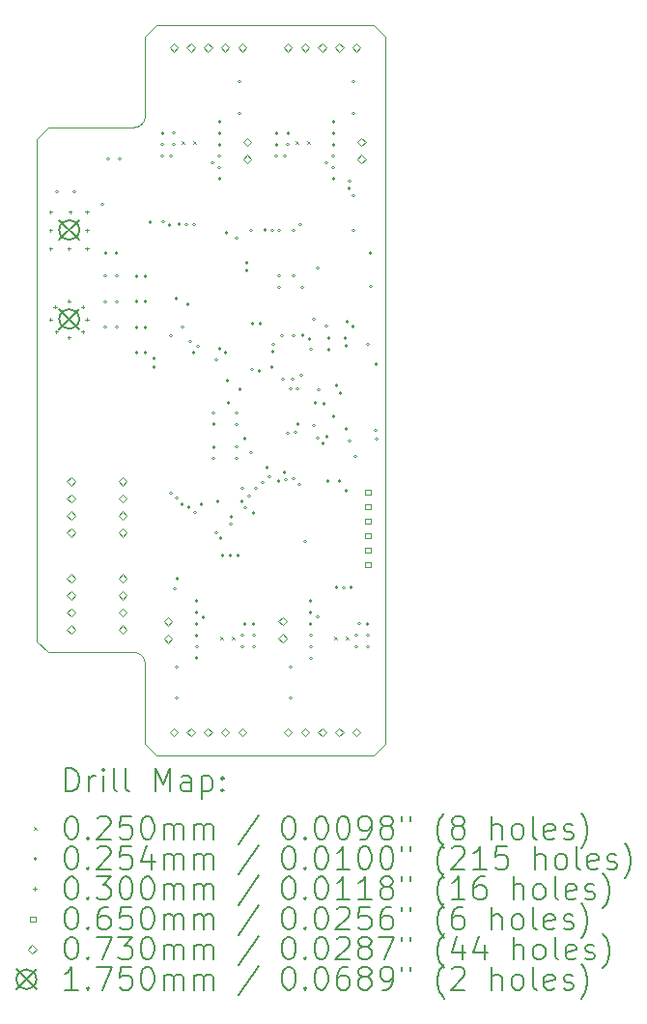
<source format=gbr>
%TF.GenerationSoftware,KiCad,Pcbnew,9.0.2*%
%TF.CreationDate,2025-07-21T23:07:32-07:00*%
%TF.ProjectId,servo-drive,73657276-6f2d-4647-9269-76652e6b6963,rev?*%
%TF.SameCoordinates,Original*%
%TF.FileFunction,Drillmap*%
%TF.FilePolarity,Positive*%
%FSLAX45Y45*%
G04 Gerber Fmt 4.5, Leading zero omitted, Abs format (unit mm)*
G04 Created by KiCad (PCBNEW 9.0.2) date 2025-07-21 23:07:32*
%MOMM*%
%LPD*%
G01*
G04 APERTURE LIST*
%ADD10C,0.100000*%
%ADD11C,0.200000*%
%ADD12C,0.175000*%
G04 APERTURE END LIST*
D10*
X13200000Y-7550000D02*
X13300000Y-7450000D01*
X15300000Y-13750000D02*
X15200000Y-13850000D01*
X15200000Y-13850000D02*
X13300000Y-13850000D01*
X15200000Y-7450000D02*
X15300000Y-7550000D01*
X13200000Y-8250000D02*
X13200000Y-7550000D01*
X12250000Y-12850000D02*
X12250000Y-8450000D01*
X12250000Y-8450000D02*
X12350000Y-8350000D01*
X13100000Y-12950000D02*
X12350000Y-12950000D01*
X13200000Y-8250000D02*
G75*
G02*
X13100000Y-8350000I-100000J0D01*
G01*
X12350000Y-8350000D02*
X13100000Y-8350000D01*
X13200000Y-13750000D02*
X13200000Y-13050000D01*
X15300000Y-7550000D02*
X15300000Y-13750000D01*
X13300000Y-7450000D02*
X15200000Y-7450000D01*
X13300000Y-13850000D02*
X13200000Y-13750000D01*
X12350000Y-12950000D02*
X12250000Y-12850000D01*
X13100000Y-12950000D02*
G75*
G02*
X13200000Y-13050000I0J-100000D01*
G01*
D11*
D10*
X13517500Y-8467500D02*
X13542500Y-8492500D01*
X13542500Y-8467500D02*
X13517500Y-8492500D01*
X13617500Y-8467500D02*
X13642500Y-8492500D01*
X13642500Y-8467500D02*
X13617500Y-8492500D01*
X13857500Y-12807500D02*
X13882500Y-12832500D01*
X13882500Y-12807500D02*
X13857500Y-12832500D01*
X13957500Y-12807500D02*
X13982500Y-12832500D01*
X13982500Y-12807500D02*
X13957500Y-12832500D01*
X14517500Y-8467500D02*
X14542500Y-8492500D01*
X14542500Y-8467500D02*
X14517500Y-8492500D01*
X14617500Y-8467500D02*
X14642500Y-8492500D01*
X14642500Y-8467500D02*
X14617500Y-8492500D01*
X14857500Y-12807500D02*
X14882500Y-12832500D01*
X14882500Y-12807500D02*
X14857500Y-12832500D01*
X14957500Y-12807500D02*
X14982500Y-12832500D01*
X14982500Y-12807500D02*
X14957500Y-12832500D01*
X12437700Y-8913500D02*
G75*
G02*
X12412300Y-8913500I-12700J0D01*
G01*
X12412300Y-8913500D02*
G75*
G02*
X12437700Y-8913500I12700J0D01*
G01*
X12587700Y-8913500D02*
G75*
G02*
X12562300Y-8913500I-12700J0D01*
G01*
X12562300Y-8913500D02*
G75*
G02*
X12587700Y-8913500I12700J0D01*
G01*
X12837700Y-9025000D02*
G75*
G02*
X12812300Y-9025000I-12700J0D01*
G01*
X12812300Y-9025000D02*
G75*
G02*
X12837700Y-9025000I12700J0D01*
G01*
X12862700Y-9450000D02*
G75*
G02*
X12837300Y-9450000I-12700J0D01*
G01*
X12837300Y-9450000D02*
G75*
G02*
X12862700Y-9450000I12700J0D01*
G01*
X12862700Y-9650000D02*
G75*
G02*
X12837300Y-9650000I-12700J0D01*
G01*
X12837300Y-9650000D02*
G75*
G02*
X12862700Y-9650000I12700J0D01*
G01*
X12862700Y-9875000D02*
G75*
G02*
X12837300Y-9875000I-12700J0D01*
G01*
X12837300Y-9875000D02*
G75*
G02*
X12862700Y-9875000I12700J0D01*
G01*
X12862700Y-10100000D02*
G75*
G02*
X12837300Y-10100000I-12700J0D01*
G01*
X12837300Y-10100000D02*
G75*
G02*
X12862700Y-10100000I12700J0D01*
G01*
X12887700Y-8625000D02*
G75*
G02*
X12862300Y-8625000I-12700J0D01*
G01*
X12862300Y-8625000D02*
G75*
G02*
X12887700Y-8625000I12700J0D01*
G01*
X12962700Y-9450000D02*
G75*
G02*
X12937300Y-9450000I-12700J0D01*
G01*
X12937300Y-9450000D02*
G75*
G02*
X12962700Y-9450000I12700J0D01*
G01*
X12962700Y-9650000D02*
G75*
G02*
X12937300Y-9650000I-12700J0D01*
G01*
X12937300Y-9650000D02*
G75*
G02*
X12962700Y-9650000I12700J0D01*
G01*
X12962700Y-9875000D02*
G75*
G02*
X12937300Y-9875000I-12700J0D01*
G01*
X12937300Y-9875000D02*
G75*
G02*
X12962700Y-9875000I12700J0D01*
G01*
X12962700Y-10100000D02*
G75*
G02*
X12937300Y-10100000I-12700J0D01*
G01*
X12937300Y-10100000D02*
G75*
G02*
X12962700Y-10100000I12700J0D01*
G01*
X12987700Y-8625000D02*
G75*
G02*
X12962300Y-8625000I-12700J0D01*
G01*
X12962300Y-8625000D02*
G75*
G02*
X12987700Y-8625000I12700J0D01*
G01*
X13137700Y-9650000D02*
G75*
G02*
X13112300Y-9650000I-12700J0D01*
G01*
X13112300Y-9650000D02*
G75*
G02*
X13137700Y-9650000I12700J0D01*
G01*
X13137700Y-9875000D02*
G75*
G02*
X13112300Y-9875000I-12700J0D01*
G01*
X13112300Y-9875000D02*
G75*
G02*
X13137700Y-9875000I12700J0D01*
G01*
X13137700Y-10100000D02*
G75*
G02*
X13112300Y-10100000I-12700J0D01*
G01*
X13112300Y-10100000D02*
G75*
G02*
X13137700Y-10100000I12700J0D01*
G01*
X13137700Y-10325000D02*
G75*
G02*
X13112300Y-10325000I-12700J0D01*
G01*
X13112300Y-10325000D02*
G75*
G02*
X13137700Y-10325000I12700J0D01*
G01*
X13212700Y-9650000D02*
G75*
G02*
X13187300Y-9650000I-12700J0D01*
G01*
X13187300Y-9650000D02*
G75*
G02*
X13212700Y-9650000I12700J0D01*
G01*
X13212700Y-9875000D02*
G75*
G02*
X13187300Y-9875000I-12700J0D01*
G01*
X13187300Y-9875000D02*
G75*
G02*
X13212700Y-9875000I12700J0D01*
G01*
X13212700Y-10100000D02*
G75*
G02*
X13187300Y-10100000I-12700J0D01*
G01*
X13187300Y-10100000D02*
G75*
G02*
X13212700Y-10100000I12700J0D01*
G01*
X13212700Y-10325000D02*
G75*
G02*
X13187300Y-10325000I-12700J0D01*
G01*
X13187300Y-10325000D02*
G75*
G02*
X13212700Y-10325000I12700J0D01*
G01*
X13257901Y-9179799D02*
G75*
G02*
X13232501Y-9179799I-12700J0D01*
G01*
X13232501Y-9179799D02*
G75*
G02*
X13257901Y-9179799I12700J0D01*
G01*
X13287700Y-10375000D02*
G75*
G02*
X13262300Y-10375000I-12700J0D01*
G01*
X13262300Y-10375000D02*
G75*
G02*
X13287700Y-10375000I12700J0D01*
G01*
X13287700Y-10450000D02*
G75*
G02*
X13262300Y-10450000I-12700J0D01*
G01*
X13262300Y-10450000D02*
G75*
G02*
X13287700Y-10450000I12700J0D01*
G01*
X13362700Y-8400000D02*
G75*
G02*
X13337300Y-8400000I-12700J0D01*
G01*
X13337300Y-8400000D02*
G75*
G02*
X13362700Y-8400000I12700J0D01*
G01*
X13362700Y-8500000D02*
G75*
G02*
X13337300Y-8500000I-12700J0D01*
G01*
X13337300Y-8500000D02*
G75*
G02*
X13362700Y-8500000I12700J0D01*
G01*
X13362700Y-8600000D02*
G75*
G02*
X13337300Y-8600000I-12700J0D01*
G01*
X13337300Y-8600000D02*
G75*
G02*
X13362700Y-8600000I12700J0D01*
G01*
X13369586Y-9171557D02*
G75*
G02*
X13344186Y-9171557I-12700J0D01*
G01*
X13344186Y-9171557D02*
G75*
G02*
X13369586Y-9171557I12700J0D01*
G01*
X13422674Y-9206580D02*
G75*
G02*
X13397274Y-9206580I-12700J0D01*
G01*
X13397274Y-9206580D02*
G75*
G02*
X13422674Y-9206580I12700J0D01*
G01*
X13437700Y-8600000D02*
G75*
G02*
X13412300Y-8600000I-12700J0D01*
G01*
X13412300Y-8600000D02*
G75*
G02*
X13437700Y-8600000I12700J0D01*
G01*
X13437700Y-10175000D02*
G75*
G02*
X13412300Y-10175000I-12700J0D01*
G01*
X13412300Y-10175000D02*
G75*
G02*
X13437700Y-10175000I12700J0D01*
G01*
X13438844Y-11555700D02*
G75*
G02*
X13413444Y-11555700I-12700J0D01*
G01*
X13413444Y-11555700D02*
G75*
G02*
X13438844Y-11555700I12700J0D01*
G01*
X13462700Y-8400000D02*
G75*
G02*
X13437300Y-8400000I-12700J0D01*
G01*
X13437300Y-8400000D02*
G75*
G02*
X13462700Y-8400000I12700J0D01*
G01*
X13462700Y-8500000D02*
G75*
G02*
X13437300Y-8500000I-12700J0D01*
G01*
X13437300Y-8500000D02*
G75*
G02*
X13462700Y-8500000I12700J0D01*
G01*
X13472700Y-12390000D02*
G75*
G02*
X13447300Y-12390000I-12700J0D01*
G01*
X13447300Y-12390000D02*
G75*
G02*
X13472700Y-12390000I12700J0D01*
G01*
X13481900Y-9850000D02*
G75*
G02*
X13456500Y-9850000I-12700J0D01*
G01*
X13456500Y-9850000D02*
G75*
G02*
X13481900Y-9850000I12700J0D01*
G01*
X13487700Y-11600000D02*
G75*
G02*
X13462300Y-11600000I-12700J0D01*
G01*
X13462300Y-11600000D02*
G75*
G02*
X13487700Y-11600000I12700J0D01*
G01*
X13487700Y-13075000D02*
G75*
G02*
X13462300Y-13075000I-12700J0D01*
G01*
X13462300Y-13075000D02*
G75*
G02*
X13487700Y-13075000I12700J0D01*
G01*
X13487700Y-13350000D02*
G75*
G02*
X13462300Y-13350000I-12700J0D01*
G01*
X13462300Y-13350000D02*
G75*
G02*
X13487700Y-13350000I12700J0D01*
G01*
X13492700Y-12300000D02*
G75*
G02*
X13467300Y-12300000I-12700J0D01*
G01*
X13467300Y-12300000D02*
G75*
G02*
X13492700Y-12300000I12700J0D01*
G01*
X13509100Y-9200000D02*
G75*
G02*
X13483700Y-9200000I-12700J0D01*
G01*
X13483700Y-9200000D02*
G75*
G02*
X13509100Y-9200000I12700J0D01*
G01*
X13535422Y-11652278D02*
G75*
G02*
X13510022Y-11652278I-12700J0D01*
G01*
X13510022Y-11652278D02*
G75*
G02*
X13535422Y-11652278I12700J0D01*
G01*
X13537700Y-10100000D02*
G75*
G02*
X13512300Y-10100000I-12700J0D01*
G01*
X13512300Y-10100000D02*
G75*
G02*
X13537700Y-10100000I12700J0D01*
G01*
X13572700Y-9200000D02*
G75*
G02*
X13547300Y-9200000I-12700J0D01*
G01*
X13547300Y-9200000D02*
G75*
G02*
X13572700Y-9200000I12700J0D01*
G01*
X13587700Y-9900000D02*
G75*
G02*
X13562300Y-9900000I-12700J0D01*
G01*
X13562300Y-9900000D02*
G75*
G02*
X13587700Y-9900000I12700J0D01*
G01*
X13594210Y-11676547D02*
G75*
G02*
X13568810Y-11676547I-12700J0D01*
G01*
X13568810Y-11676547D02*
G75*
G02*
X13594210Y-11676547I12700J0D01*
G01*
X13607500Y-10225000D02*
G75*
G02*
X13582100Y-10225000I-12700J0D01*
G01*
X13582100Y-10225000D02*
G75*
G02*
X13607500Y-10225000I12700J0D01*
G01*
X13635400Y-10319797D02*
G75*
G02*
X13610000Y-10319797I-12700J0D01*
G01*
X13610000Y-10319797D02*
G75*
G02*
X13635400Y-10319797I12700J0D01*
G01*
X13642700Y-9200000D02*
G75*
G02*
X13617300Y-9200000I-12700J0D01*
G01*
X13617300Y-9200000D02*
G75*
G02*
X13642700Y-9200000I12700J0D01*
G01*
X13645504Y-11723618D02*
G75*
G02*
X13620104Y-11723618I-12700J0D01*
G01*
X13620104Y-11723618D02*
G75*
G02*
X13645504Y-11723618I12700J0D01*
G01*
X13662700Y-12500000D02*
G75*
G02*
X13637300Y-12500000I-12700J0D01*
G01*
X13637300Y-12500000D02*
G75*
G02*
X13662700Y-12500000I12700J0D01*
G01*
X13662700Y-12600000D02*
G75*
G02*
X13637300Y-12600000I-12700J0D01*
G01*
X13637300Y-12600000D02*
G75*
G02*
X13662700Y-12600000I12700J0D01*
G01*
X13662700Y-12700000D02*
G75*
G02*
X13637300Y-12700000I-12700J0D01*
G01*
X13637300Y-12700000D02*
G75*
G02*
X13662700Y-12700000I12700J0D01*
G01*
X13662700Y-12800000D02*
G75*
G02*
X13637300Y-12800000I-12700J0D01*
G01*
X13637300Y-12800000D02*
G75*
G02*
X13662700Y-12800000I12700J0D01*
G01*
X13662700Y-12900000D02*
G75*
G02*
X13637300Y-12900000I-12700J0D01*
G01*
X13637300Y-12900000D02*
G75*
G02*
X13662700Y-12900000I12700J0D01*
G01*
X13662700Y-13000000D02*
G75*
G02*
X13637300Y-13000000I-12700J0D01*
G01*
X13637300Y-13000000D02*
G75*
G02*
X13662700Y-13000000I12700J0D01*
G01*
X13672592Y-10268206D02*
G75*
G02*
X13647192Y-10268206I-12700J0D01*
G01*
X13647192Y-10268206D02*
G75*
G02*
X13672592Y-10268206I12700J0D01*
G01*
X13703200Y-11652685D02*
G75*
G02*
X13677800Y-11652685I-12700J0D01*
G01*
X13677800Y-11652685D02*
G75*
G02*
X13703200Y-11652685I12700J0D01*
G01*
X13722700Y-12640000D02*
G75*
G02*
X13697300Y-12640000I-12700J0D01*
G01*
X13697300Y-12640000D02*
G75*
G02*
X13722700Y-12640000I12700J0D01*
G01*
X13802700Y-8660000D02*
G75*
G02*
X13777300Y-8660000I-12700J0D01*
G01*
X13777300Y-8660000D02*
G75*
G02*
X13802700Y-8660000I12700J0D01*
G01*
X13812700Y-10850000D02*
G75*
G02*
X13787300Y-10850000I-12700J0D01*
G01*
X13787300Y-10850000D02*
G75*
G02*
X13812700Y-10850000I12700J0D01*
G01*
X13812700Y-10950000D02*
G75*
G02*
X13787300Y-10950000I-12700J0D01*
G01*
X13787300Y-10950000D02*
G75*
G02*
X13812700Y-10950000I12700J0D01*
G01*
X13812700Y-11150000D02*
G75*
G02*
X13787300Y-11150000I-12700J0D01*
G01*
X13787300Y-11150000D02*
G75*
G02*
X13812700Y-11150000I12700J0D01*
G01*
X13812700Y-11250000D02*
G75*
G02*
X13787300Y-11250000I-12700J0D01*
G01*
X13787300Y-11250000D02*
G75*
G02*
X13812700Y-11250000I12700J0D01*
G01*
X13832700Y-10385700D02*
G75*
G02*
X13807300Y-10385700I-12700J0D01*
G01*
X13807300Y-10385700D02*
G75*
G02*
X13832700Y-10385700I12700J0D01*
G01*
X13832700Y-11900000D02*
G75*
G02*
X13807300Y-11900000I-12700J0D01*
G01*
X13807300Y-11900000D02*
G75*
G02*
X13832700Y-11900000I12700J0D01*
G01*
X13850400Y-11625000D02*
G75*
G02*
X13825000Y-11625000I-12700J0D01*
G01*
X13825000Y-11625000D02*
G75*
G02*
X13850400Y-11625000I12700J0D01*
G01*
X13862700Y-8300000D02*
G75*
G02*
X13837300Y-8300000I-12700J0D01*
G01*
X13837300Y-8300000D02*
G75*
G02*
X13862700Y-8300000I12700J0D01*
G01*
X13862700Y-8400000D02*
G75*
G02*
X13837300Y-8400000I-12700J0D01*
G01*
X13837300Y-8400000D02*
G75*
G02*
X13862700Y-8400000I12700J0D01*
G01*
X13862700Y-8500000D02*
G75*
G02*
X13837300Y-8500000I-12700J0D01*
G01*
X13837300Y-8500000D02*
G75*
G02*
X13862700Y-8500000I12700J0D01*
G01*
X13862700Y-8600000D02*
G75*
G02*
X13837300Y-8600000I-12700J0D01*
G01*
X13837300Y-8600000D02*
G75*
G02*
X13862700Y-8600000I12700J0D01*
G01*
X13862700Y-8700000D02*
G75*
G02*
X13837300Y-8700000I-12700J0D01*
G01*
X13837300Y-8700000D02*
G75*
G02*
X13862700Y-8700000I12700J0D01*
G01*
X13862700Y-8800000D02*
G75*
G02*
X13837300Y-8800000I-12700J0D01*
G01*
X13837300Y-8800000D02*
G75*
G02*
X13862700Y-8800000I12700J0D01*
G01*
X13862700Y-10290000D02*
G75*
G02*
X13837300Y-10290000I-12700J0D01*
G01*
X13837300Y-10290000D02*
G75*
G02*
X13862700Y-10290000I12700J0D01*
G01*
X13872700Y-11950000D02*
G75*
G02*
X13847300Y-11950000I-12700J0D01*
G01*
X13847300Y-11950000D02*
G75*
G02*
X13872700Y-11950000I12700J0D01*
G01*
X13892700Y-12100000D02*
G75*
G02*
X13867300Y-12100000I-12700J0D01*
G01*
X13867300Y-12100000D02*
G75*
G02*
X13892700Y-12100000I12700J0D01*
G01*
X13917237Y-10322722D02*
G75*
G02*
X13891837Y-10322722I-12700J0D01*
G01*
X13891837Y-10322722D02*
G75*
G02*
X13917237Y-10322722I12700J0D01*
G01*
X13922700Y-9270000D02*
G75*
G02*
X13897300Y-9270000I-12700J0D01*
G01*
X13897300Y-9270000D02*
G75*
G02*
X13922700Y-9270000I12700J0D01*
G01*
X13929308Y-10567824D02*
G75*
G02*
X13903908Y-10567824I-12700J0D01*
G01*
X13903908Y-10567824D02*
G75*
G02*
X13929308Y-10567824I12700J0D01*
G01*
X13942700Y-10760000D02*
G75*
G02*
X13917300Y-10760000I-12700J0D01*
G01*
X13917300Y-10760000D02*
G75*
G02*
X13942700Y-10760000I12700J0D01*
G01*
X13956300Y-12100000D02*
G75*
G02*
X13930900Y-12100000I-12700J0D01*
G01*
X13930900Y-12100000D02*
G75*
G02*
X13956300Y-12100000I12700J0D01*
G01*
X13962700Y-11825000D02*
G75*
G02*
X13937300Y-11825000I-12700J0D01*
G01*
X13937300Y-11825000D02*
G75*
G02*
X13962700Y-11825000I12700J0D01*
G01*
X13963465Y-11761135D02*
G75*
G02*
X13938065Y-11761135I-12700J0D01*
G01*
X13938065Y-11761135D02*
G75*
G02*
X13963465Y-11761135I12700J0D01*
G01*
X14012700Y-9320000D02*
G75*
G02*
X13987300Y-9320000I-12700J0D01*
G01*
X13987300Y-9320000D02*
G75*
G02*
X14012700Y-9320000I12700J0D01*
G01*
X14012700Y-10850000D02*
G75*
G02*
X13987300Y-10850000I-12700J0D01*
G01*
X13987300Y-10850000D02*
G75*
G02*
X14012700Y-10850000I12700J0D01*
G01*
X14012700Y-10950000D02*
G75*
G02*
X13987300Y-10950000I-12700J0D01*
G01*
X13987300Y-10950000D02*
G75*
G02*
X14012700Y-10950000I12700J0D01*
G01*
X14012700Y-11150000D02*
G75*
G02*
X13987300Y-11150000I-12700J0D01*
G01*
X13987300Y-11150000D02*
G75*
G02*
X14012700Y-11150000I12700J0D01*
G01*
X14012700Y-11250000D02*
G75*
G02*
X13987300Y-11250000I-12700J0D01*
G01*
X13987300Y-11250000D02*
G75*
G02*
X14012700Y-11250000I12700J0D01*
G01*
X14022700Y-12100000D02*
G75*
G02*
X13997300Y-12100000I-12700J0D01*
G01*
X13997300Y-12100000D02*
G75*
G02*
X14022700Y-12100000I12700J0D01*
G01*
X14037700Y-7950000D02*
G75*
G02*
X14012300Y-7950000I-12700J0D01*
G01*
X14012300Y-7950000D02*
G75*
G02*
X14037700Y-7950000I12700J0D01*
G01*
X14037700Y-8225000D02*
G75*
G02*
X14012300Y-8225000I-12700J0D01*
G01*
X14012300Y-8225000D02*
G75*
G02*
X14037700Y-8225000I12700J0D01*
G01*
X14042700Y-10640000D02*
G75*
G02*
X14017300Y-10640000I-12700J0D01*
G01*
X14017300Y-10640000D02*
G75*
G02*
X14042700Y-10640000I12700J0D01*
G01*
X14062700Y-11510000D02*
G75*
G02*
X14037300Y-11510000I-12700J0D01*
G01*
X14037300Y-11510000D02*
G75*
G02*
X14062700Y-11510000I12700J0D01*
G01*
X14062700Y-11625700D02*
G75*
G02*
X14037300Y-11625700I-12700J0D01*
G01*
X14037300Y-11625700D02*
G75*
G02*
X14062700Y-11625700I12700J0D01*
G01*
X14062700Y-12800000D02*
G75*
G02*
X14037300Y-12800000I-12700J0D01*
G01*
X14037300Y-12800000D02*
G75*
G02*
X14062700Y-12800000I12700J0D01*
G01*
X14062700Y-12900000D02*
G75*
G02*
X14037300Y-12900000I-12700J0D01*
G01*
X14037300Y-12900000D02*
G75*
G02*
X14062700Y-12900000I12700J0D01*
G01*
X14086634Y-11074010D02*
G75*
G02*
X14061234Y-11074010I-12700J0D01*
G01*
X14061234Y-11074010D02*
G75*
G02*
X14086634Y-11074010I12700J0D01*
G01*
X14087700Y-12700000D02*
G75*
G02*
X14062300Y-12700000I-12700J0D01*
G01*
X14062300Y-12700000D02*
G75*
G02*
X14087700Y-12700000I12700J0D01*
G01*
X14091465Y-11682424D02*
G75*
G02*
X14066065Y-11682424I-12700J0D01*
G01*
X14066065Y-11682424D02*
G75*
G02*
X14091465Y-11682424I12700J0D01*
G01*
X14102700Y-9536400D02*
G75*
G02*
X14077300Y-9536400I-12700J0D01*
G01*
X14077300Y-9536400D02*
G75*
G02*
X14102700Y-9536400I12700J0D01*
G01*
X14102700Y-9600000D02*
G75*
G02*
X14077300Y-9600000I-12700J0D01*
G01*
X14077300Y-9600000D02*
G75*
G02*
X14102700Y-9600000I12700J0D01*
G01*
X14122700Y-11580000D02*
G75*
G02*
X14097300Y-11580000I-12700J0D01*
G01*
X14097300Y-11580000D02*
G75*
G02*
X14122700Y-11580000I12700J0D01*
G01*
X14137700Y-9250000D02*
G75*
G02*
X14112300Y-9250000I-12700J0D01*
G01*
X14112300Y-9250000D02*
G75*
G02*
X14137700Y-9250000I12700J0D01*
G01*
X14137700Y-11200000D02*
G75*
G02*
X14112300Y-11200000I-12700J0D01*
G01*
X14112300Y-11200000D02*
G75*
G02*
X14137700Y-11200000I12700J0D01*
G01*
X14149965Y-10469544D02*
G75*
G02*
X14124565Y-10469544I-12700J0D01*
G01*
X14124565Y-10469544D02*
G75*
G02*
X14149965Y-10469544I12700J0D01*
G01*
X14152700Y-10070000D02*
G75*
G02*
X14127300Y-10070000I-12700J0D01*
G01*
X14127300Y-10070000D02*
G75*
G02*
X14152700Y-10070000I12700J0D01*
G01*
X14162700Y-11725000D02*
G75*
G02*
X14137300Y-11725000I-12700J0D01*
G01*
X14137300Y-11725000D02*
G75*
G02*
X14162700Y-11725000I12700J0D01*
G01*
X14162700Y-12700000D02*
G75*
G02*
X14137300Y-12700000I-12700J0D01*
G01*
X14137300Y-12700000D02*
G75*
G02*
X14162700Y-12700000I12700J0D01*
G01*
X14162700Y-12800000D02*
G75*
G02*
X14137300Y-12800000I-12700J0D01*
G01*
X14137300Y-12800000D02*
G75*
G02*
X14162700Y-12800000I12700J0D01*
G01*
X14162700Y-12900000D02*
G75*
G02*
X14137300Y-12900000I-12700J0D01*
G01*
X14137300Y-12900000D02*
G75*
G02*
X14162700Y-12900000I12700J0D01*
G01*
X14182700Y-11510000D02*
G75*
G02*
X14157300Y-11510000I-12700J0D01*
G01*
X14157300Y-11510000D02*
G75*
G02*
X14182700Y-11510000I12700J0D01*
G01*
X14212700Y-10480000D02*
G75*
G02*
X14187300Y-10480000I-12700J0D01*
G01*
X14187300Y-10480000D02*
G75*
G02*
X14212700Y-10480000I12700J0D01*
G01*
X14222700Y-10070000D02*
G75*
G02*
X14197300Y-10070000I-12700J0D01*
G01*
X14197300Y-10070000D02*
G75*
G02*
X14222700Y-10070000I12700J0D01*
G01*
X14242700Y-11460000D02*
G75*
G02*
X14217300Y-11460000I-12700J0D01*
G01*
X14217300Y-11460000D02*
G75*
G02*
X14242700Y-11460000I12700J0D01*
G01*
X14262700Y-9250000D02*
G75*
G02*
X14237300Y-9250000I-12700J0D01*
G01*
X14237300Y-9250000D02*
G75*
G02*
X14262700Y-9250000I12700J0D01*
G01*
X14282700Y-11330000D02*
G75*
G02*
X14257300Y-11330000I-12700J0D01*
G01*
X14257300Y-11330000D02*
G75*
G02*
X14282700Y-11330000I12700J0D01*
G01*
X14302700Y-11410000D02*
G75*
G02*
X14277300Y-11410000I-12700J0D01*
G01*
X14277300Y-11410000D02*
G75*
G02*
X14302700Y-11410000I12700J0D01*
G01*
X14322700Y-10450000D02*
G75*
G02*
X14297300Y-10450000I-12700J0D01*
G01*
X14297300Y-10450000D02*
G75*
G02*
X14322700Y-10450000I12700J0D01*
G01*
X14324100Y-9250000D02*
G75*
G02*
X14298700Y-9250000I-12700J0D01*
G01*
X14298700Y-9250000D02*
G75*
G02*
X14324100Y-9250000I12700J0D01*
G01*
X14332700Y-10250000D02*
G75*
G02*
X14307300Y-10250000I-12700J0D01*
G01*
X14307300Y-10250000D02*
G75*
G02*
X14332700Y-10250000I12700J0D01*
G01*
X14332700Y-10313600D02*
G75*
G02*
X14307300Y-10313600I-12700J0D01*
G01*
X14307300Y-10313600D02*
G75*
G02*
X14332700Y-10313600I12700J0D01*
G01*
X14362700Y-8400000D02*
G75*
G02*
X14337300Y-8400000I-12700J0D01*
G01*
X14337300Y-8400000D02*
G75*
G02*
X14362700Y-8400000I12700J0D01*
G01*
X14362700Y-8500000D02*
G75*
G02*
X14337300Y-8500000I-12700J0D01*
G01*
X14337300Y-8500000D02*
G75*
G02*
X14362700Y-8500000I12700J0D01*
G01*
X14362700Y-8600000D02*
G75*
G02*
X14337300Y-8600000I-12700J0D01*
G01*
X14337300Y-8600000D02*
G75*
G02*
X14362700Y-8600000I12700J0D01*
G01*
X14382700Y-11450000D02*
G75*
G02*
X14357300Y-11450000I-12700J0D01*
G01*
X14357300Y-11450000D02*
G75*
G02*
X14382700Y-11450000I12700J0D01*
G01*
X14387700Y-9250000D02*
G75*
G02*
X14362300Y-9250000I-12700J0D01*
G01*
X14362300Y-9250000D02*
G75*
G02*
X14387700Y-9250000I12700J0D01*
G01*
X14387700Y-9650000D02*
G75*
G02*
X14362300Y-9650000I-12700J0D01*
G01*
X14362300Y-9650000D02*
G75*
G02*
X14387700Y-9650000I12700J0D01*
G01*
X14387700Y-9750000D02*
G75*
G02*
X14362300Y-9750000I-12700J0D01*
G01*
X14362300Y-9750000D02*
G75*
G02*
X14387700Y-9750000I12700J0D01*
G01*
X14412700Y-10175000D02*
G75*
G02*
X14387300Y-10175000I-12700J0D01*
G01*
X14387300Y-10175000D02*
G75*
G02*
X14412700Y-10175000I12700J0D01*
G01*
X14422700Y-10555700D02*
G75*
G02*
X14397300Y-10555700I-12700J0D01*
G01*
X14397300Y-10555700D02*
G75*
G02*
X14422700Y-10555700I12700J0D01*
G01*
X14432700Y-11370000D02*
G75*
G02*
X14407300Y-11370000I-12700J0D01*
G01*
X14407300Y-11370000D02*
G75*
G02*
X14432700Y-11370000I12700J0D01*
G01*
X14437700Y-8600000D02*
G75*
G02*
X14412300Y-8600000I-12700J0D01*
G01*
X14412300Y-8600000D02*
G75*
G02*
X14437700Y-8600000I12700J0D01*
G01*
X14443877Y-11432610D02*
G75*
G02*
X14418477Y-11432610I-12700J0D01*
G01*
X14418477Y-11432610D02*
G75*
G02*
X14443877Y-11432610I12700J0D01*
G01*
X14462700Y-8400000D02*
G75*
G02*
X14437300Y-8400000I-12700J0D01*
G01*
X14437300Y-8400000D02*
G75*
G02*
X14462700Y-8400000I12700J0D01*
G01*
X14462700Y-8500000D02*
G75*
G02*
X14437300Y-8500000I-12700J0D01*
G01*
X14437300Y-8500000D02*
G75*
G02*
X14462700Y-8500000I12700J0D01*
G01*
X14462700Y-11030000D02*
G75*
G02*
X14437300Y-11030000I-12700J0D01*
G01*
X14437300Y-11030000D02*
G75*
G02*
X14462700Y-11030000I12700J0D01*
G01*
X14483401Y-10639829D02*
G75*
G02*
X14458001Y-10639829I-12700J0D01*
G01*
X14458001Y-10639829D02*
G75*
G02*
X14483401Y-10639829I12700J0D01*
G01*
X14487700Y-13075000D02*
G75*
G02*
X14462300Y-13075000I-12700J0D01*
G01*
X14462300Y-13075000D02*
G75*
G02*
X14487700Y-13075000I12700J0D01*
G01*
X14487700Y-13350000D02*
G75*
G02*
X14462300Y-13350000I-12700J0D01*
G01*
X14462300Y-13350000D02*
G75*
G02*
X14487700Y-13350000I12700J0D01*
G01*
X14502700Y-10555700D02*
G75*
G02*
X14477300Y-10555700I-12700J0D01*
G01*
X14477300Y-10555700D02*
G75*
G02*
X14502700Y-10555700I12700J0D01*
G01*
X14512700Y-9250000D02*
G75*
G02*
X14487300Y-9250000I-12700J0D01*
G01*
X14487300Y-9250000D02*
G75*
G02*
X14512700Y-9250000I12700J0D01*
G01*
X14512700Y-9650000D02*
G75*
G02*
X14487300Y-9650000I-12700J0D01*
G01*
X14487300Y-9650000D02*
G75*
G02*
X14512700Y-9650000I12700J0D01*
G01*
X14512700Y-10175000D02*
G75*
G02*
X14487300Y-10175000I-12700J0D01*
G01*
X14487300Y-10175000D02*
G75*
G02*
X14512700Y-10175000I12700J0D01*
G01*
X14514192Y-11426924D02*
G75*
G02*
X14488792Y-11426924I-12700J0D01*
G01*
X14488792Y-11426924D02*
G75*
G02*
X14514192Y-11426924I12700J0D01*
G01*
X14532700Y-11020000D02*
G75*
G02*
X14507300Y-11020000I-12700J0D01*
G01*
X14507300Y-11020000D02*
G75*
G02*
X14532700Y-11020000I12700J0D01*
G01*
X14547000Y-10640200D02*
G75*
G02*
X14521600Y-10640200I-12700J0D01*
G01*
X14521600Y-10640200D02*
G75*
G02*
X14547000Y-10640200I12700J0D01*
G01*
X14552700Y-10950000D02*
G75*
G02*
X14527300Y-10950000I-12700J0D01*
G01*
X14527300Y-10950000D02*
G75*
G02*
X14552700Y-10950000I12700J0D01*
G01*
X14562700Y-11475000D02*
G75*
G02*
X14537300Y-11475000I-12700J0D01*
G01*
X14537300Y-11475000D02*
G75*
G02*
X14562700Y-11475000I12700J0D01*
G01*
X14572700Y-9200000D02*
G75*
G02*
X14547300Y-9200000I-12700J0D01*
G01*
X14547300Y-9200000D02*
G75*
G02*
X14572700Y-9200000I12700J0D01*
G01*
X14583623Y-10520700D02*
G75*
G02*
X14558223Y-10520700I-12700J0D01*
G01*
X14558223Y-10520700D02*
G75*
G02*
X14583623Y-10520700I12700J0D01*
G01*
X14587700Y-9750000D02*
G75*
G02*
X14562300Y-9750000I-12700J0D01*
G01*
X14562300Y-9750000D02*
G75*
G02*
X14587700Y-9750000I12700J0D01*
G01*
X14592700Y-10170000D02*
G75*
G02*
X14567300Y-10170000I-12700J0D01*
G01*
X14567300Y-10170000D02*
G75*
G02*
X14592700Y-10170000I12700J0D01*
G01*
X14612700Y-11975000D02*
G75*
G02*
X14587300Y-11975000I-12700J0D01*
G01*
X14587300Y-11975000D02*
G75*
G02*
X14612700Y-11975000I12700J0D01*
G01*
X14651200Y-10201000D02*
G75*
G02*
X14625800Y-10201000I-12700J0D01*
G01*
X14625800Y-10201000D02*
G75*
G02*
X14651200Y-10201000I12700J0D01*
G01*
X14662700Y-12500000D02*
G75*
G02*
X14637300Y-12500000I-12700J0D01*
G01*
X14637300Y-12500000D02*
G75*
G02*
X14662700Y-12500000I12700J0D01*
G01*
X14662700Y-12600000D02*
G75*
G02*
X14637300Y-12600000I-12700J0D01*
G01*
X14637300Y-12600000D02*
G75*
G02*
X14662700Y-12600000I12700J0D01*
G01*
X14662700Y-12700000D02*
G75*
G02*
X14637300Y-12700000I-12700J0D01*
G01*
X14637300Y-12700000D02*
G75*
G02*
X14662700Y-12700000I12700J0D01*
G01*
X14662700Y-12800000D02*
G75*
G02*
X14637300Y-12800000I-12700J0D01*
G01*
X14637300Y-12800000D02*
G75*
G02*
X14662700Y-12800000I12700J0D01*
G01*
X14662700Y-12900000D02*
G75*
G02*
X14637300Y-12900000I-12700J0D01*
G01*
X14637300Y-12900000D02*
G75*
G02*
X14662700Y-12900000I12700J0D01*
G01*
X14662700Y-13000000D02*
G75*
G02*
X14637300Y-13000000I-12700J0D01*
G01*
X14637300Y-13000000D02*
G75*
G02*
X14662700Y-13000000I12700J0D01*
G01*
X14664100Y-10292400D02*
G75*
G02*
X14638700Y-10292400I-12700J0D01*
G01*
X14638700Y-10292400D02*
G75*
G02*
X14664100Y-10292400I12700J0D01*
G01*
X14692700Y-10030000D02*
G75*
G02*
X14667300Y-10030000I-12700J0D01*
G01*
X14667300Y-10030000D02*
G75*
G02*
X14692700Y-10030000I12700J0D01*
G01*
X14692700Y-10960000D02*
G75*
G02*
X14667300Y-10960000I-12700J0D01*
G01*
X14667300Y-10960000D02*
G75*
G02*
X14692700Y-10960000I12700J0D01*
G01*
X14702700Y-10760000D02*
G75*
G02*
X14677300Y-10760000I-12700J0D01*
G01*
X14677300Y-10760000D02*
G75*
G02*
X14702700Y-10760000I12700J0D01*
G01*
X14722700Y-9580000D02*
G75*
G02*
X14697300Y-9580000I-12700J0D01*
G01*
X14697300Y-9580000D02*
G75*
G02*
X14722700Y-9580000I12700J0D01*
G01*
X14722700Y-12640000D02*
G75*
G02*
X14697300Y-12640000I-12700J0D01*
G01*
X14697300Y-12640000D02*
G75*
G02*
X14722700Y-12640000I12700J0D01*
G01*
X14723376Y-11074180D02*
G75*
G02*
X14697976Y-11074180I-12700J0D01*
G01*
X14697976Y-11074180D02*
G75*
G02*
X14723376Y-11074180I12700J0D01*
G01*
X14732700Y-10650000D02*
G75*
G02*
X14707300Y-10650000I-12700J0D01*
G01*
X14707300Y-10650000D02*
G75*
G02*
X14732700Y-10650000I12700J0D01*
G01*
X14772700Y-11120000D02*
G75*
G02*
X14747300Y-11120000I-12700J0D01*
G01*
X14747300Y-11120000D02*
G75*
G02*
X14772700Y-11120000I12700J0D01*
G01*
X14782700Y-10770000D02*
G75*
G02*
X14757300Y-10770000I-12700J0D01*
G01*
X14757300Y-10770000D02*
G75*
G02*
X14782700Y-10770000I12700J0D01*
G01*
X14802700Y-8660000D02*
G75*
G02*
X14777300Y-8660000I-12700J0D01*
G01*
X14777300Y-8660000D02*
G75*
G02*
X14802700Y-8660000I12700J0D01*
G01*
X14802700Y-10090000D02*
G75*
G02*
X14777300Y-10090000I-12700J0D01*
G01*
X14777300Y-10090000D02*
G75*
G02*
X14802700Y-10090000I12700J0D01*
G01*
X14802700Y-11060000D02*
G75*
G02*
X14777300Y-11060000I-12700J0D01*
G01*
X14777300Y-11060000D02*
G75*
G02*
X14802700Y-11060000I12700J0D01*
G01*
X14812617Y-11450090D02*
G75*
G02*
X14787217Y-11450090I-12700J0D01*
G01*
X14787217Y-11450090D02*
G75*
G02*
X14812617Y-11450090I12700J0D01*
G01*
X14822332Y-10297471D02*
G75*
G02*
X14796932Y-10297471I-12700J0D01*
G01*
X14796932Y-10297471D02*
G75*
G02*
X14822332Y-10297471I12700J0D01*
G01*
X14822700Y-10195700D02*
G75*
G02*
X14797300Y-10195700I-12700J0D01*
G01*
X14797300Y-10195700D02*
G75*
G02*
X14822700Y-10195700I12700J0D01*
G01*
X14862700Y-8300000D02*
G75*
G02*
X14837300Y-8300000I-12700J0D01*
G01*
X14837300Y-8300000D02*
G75*
G02*
X14862700Y-8300000I12700J0D01*
G01*
X14862700Y-8400000D02*
G75*
G02*
X14837300Y-8400000I-12700J0D01*
G01*
X14837300Y-8400000D02*
G75*
G02*
X14862700Y-8400000I12700J0D01*
G01*
X14862700Y-8500000D02*
G75*
G02*
X14837300Y-8500000I-12700J0D01*
G01*
X14837300Y-8500000D02*
G75*
G02*
X14862700Y-8500000I12700J0D01*
G01*
X14862700Y-8600000D02*
G75*
G02*
X14837300Y-8600000I-12700J0D01*
G01*
X14837300Y-8600000D02*
G75*
G02*
X14862700Y-8600000I12700J0D01*
G01*
X14862700Y-8700000D02*
G75*
G02*
X14837300Y-8700000I-12700J0D01*
G01*
X14837300Y-8700000D02*
G75*
G02*
X14862700Y-8700000I12700J0D01*
G01*
X14862700Y-8800000D02*
G75*
G02*
X14837300Y-8800000I-12700J0D01*
G01*
X14837300Y-8800000D02*
G75*
G02*
X14862700Y-8800000I12700J0D01*
G01*
X14862700Y-10880000D02*
G75*
G02*
X14837300Y-10880000I-12700J0D01*
G01*
X14837300Y-10880000D02*
G75*
G02*
X14862700Y-10880000I12700J0D01*
G01*
X14889100Y-12380000D02*
G75*
G02*
X14863700Y-12380000I-12700J0D01*
G01*
X14863700Y-12380000D02*
G75*
G02*
X14889100Y-12380000I12700J0D01*
G01*
X14892700Y-10610000D02*
G75*
G02*
X14867300Y-10610000I-12700J0D01*
G01*
X14867300Y-10610000D02*
G75*
G02*
X14892700Y-10610000I12700J0D01*
G01*
X14912700Y-11450000D02*
G75*
G02*
X14887300Y-11450000I-12700J0D01*
G01*
X14887300Y-11450000D02*
G75*
G02*
X14912700Y-11450000I12700J0D01*
G01*
X14922700Y-10680000D02*
G75*
G02*
X14897300Y-10680000I-12700J0D01*
G01*
X14897300Y-10680000D02*
G75*
G02*
X14922700Y-10680000I12700J0D01*
G01*
X14952700Y-12380000D02*
G75*
G02*
X14927300Y-12380000I-12700J0D01*
G01*
X14927300Y-12380000D02*
G75*
G02*
X14952700Y-12380000I12700J0D01*
G01*
X14968022Y-10194180D02*
G75*
G02*
X14942622Y-10194180I-12700J0D01*
G01*
X14942622Y-10194180D02*
G75*
G02*
X14968022Y-10194180I12700J0D01*
G01*
X14972700Y-10260000D02*
G75*
G02*
X14947300Y-10260000I-12700J0D01*
G01*
X14947300Y-10260000D02*
G75*
G02*
X14972700Y-10260000I12700J0D01*
G01*
X14972700Y-10990000D02*
G75*
G02*
X14947300Y-10990000I-12700J0D01*
G01*
X14947300Y-10990000D02*
G75*
G02*
X14972700Y-10990000I12700J0D01*
G01*
X14972700Y-11530000D02*
G75*
G02*
X14947300Y-11530000I-12700J0D01*
G01*
X14947300Y-11530000D02*
G75*
G02*
X14972700Y-11530000I12700J0D01*
G01*
X14982700Y-10050000D02*
G75*
G02*
X14957300Y-10050000I-12700J0D01*
G01*
X14957300Y-10050000D02*
G75*
G02*
X14982700Y-10050000I12700J0D01*
G01*
X15000900Y-8883575D02*
G75*
G02*
X14975500Y-8883575I-12700J0D01*
G01*
X14975500Y-8883575D02*
G75*
G02*
X15000900Y-8883575I12700J0D01*
G01*
X15002700Y-8820000D02*
G75*
G02*
X14977300Y-8820000I-12700J0D01*
G01*
X14977300Y-8820000D02*
G75*
G02*
X15002700Y-8820000I12700J0D01*
G01*
X15002700Y-11100000D02*
G75*
G02*
X14977300Y-11100000I-12700J0D01*
G01*
X14977300Y-11100000D02*
G75*
G02*
X15002700Y-11100000I12700J0D01*
G01*
X15016300Y-12380000D02*
G75*
G02*
X14990900Y-12380000I-12700J0D01*
G01*
X14990900Y-12380000D02*
G75*
G02*
X15016300Y-12380000I12700J0D01*
G01*
X15032700Y-10090000D02*
G75*
G02*
X15007300Y-10090000I-12700J0D01*
G01*
X15007300Y-10090000D02*
G75*
G02*
X15032700Y-10090000I12700J0D01*
G01*
X15037700Y-7950000D02*
G75*
G02*
X15012300Y-7950000I-12700J0D01*
G01*
X15012300Y-7950000D02*
G75*
G02*
X15037700Y-7950000I12700J0D01*
G01*
X15037700Y-8225000D02*
G75*
G02*
X15012300Y-8225000I-12700J0D01*
G01*
X15012300Y-8225000D02*
G75*
G02*
X15037700Y-8225000I12700J0D01*
G01*
X15037700Y-9250000D02*
G75*
G02*
X15012300Y-9250000I-12700J0D01*
G01*
X15012300Y-9250000D02*
G75*
G02*
X15037700Y-9250000I12700J0D01*
G01*
X15038400Y-8945215D02*
G75*
G02*
X15013000Y-8945215I-12700J0D01*
G01*
X15013000Y-8945215D02*
G75*
G02*
X15038400Y-8945215I12700J0D01*
G01*
X15052700Y-11230000D02*
G75*
G02*
X15027300Y-11230000I-12700J0D01*
G01*
X15027300Y-11230000D02*
G75*
G02*
X15052700Y-11230000I12700J0D01*
G01*
X15062700Y-12800000D02*
G75*
G02*
X15037300Y-12800000I-12700J0D01*
G01*
X15037300Y-12800000D02*
G75*
G02*
X15062700Y-12800000I12700J0D01*
G01*
X15062700Y-12900000D02*
G75*
G02*
X15037300Y-12900000I-12700J0D01*
G01*
X15037300Y-12900000D02*
G75*
G02*
X15062700Y-12900000I12700J0D01*
G01*
X15087700Y-12700000D02*
G75*
G02*
X15062300Y-12700000I-12700J0D01*
G01*
X15062300Y-12700000D02*
G75*
G02*
X15087700Y-12700000I12700J0D01*
G01*
X15162700Y-10250000D02*
G75*
G02*
X15137300Y-10250000I-12700J0D01*
G01*
X15137300Y-10250000D02*
G75*
G02*
X15162700Y-10250000I12700J0D01*
G01*
X15162700Y-12700000D02*
G75*
G02*
X15137300Y-12700000I-12700J0D01*
G01*
X15137300Y-12700000D02*
G75*
G02*
X15162700Y-12700000I12700J0D01*
G01*
X15162700Y-12800000D02*
G75*
G02*
X15137300Y-12800000I-12700J0D01*
G01*
X15137300Y-12800000D02*
G75*
G02*
X15162700Y-12800000I12700J0D01*
G01*
X15162700Y-12900000D02*
G75*
G02*
X15137300Y-12900000I-12700J0D01*
G01*
X15137300Y-12900000D02*
G75*
G02*
X15162700Y-12900000I12700J0D01*
G01*
X15187700Y-9450000D02*
G75*
G02*
X15162300Y-9450000I-12700J0D01*
G01*
X15162300Y-9450000D02*
G75*
G02*
X15187700Y-9450000I12700J0D01*
G01*
X15187700Y-9742000D02*
G75*
G02*
X15162300Y-9742000I-12700J0D01*
G01*
X15162300Y-9742000D02*
G75*
G02*
X15187700Y-9742000I12700J0D01*
G01*
X15232700Y-11000000D02*
G75*
G02*
X15207300Y-11000000I-12700J0D01*
G01*
X15207300Y-11000000D02*
G75*
G02*
X15232700Y-11000000I12700J0D01*
G01*
X15237700Y-10425000D02*
G75*
G02*
X15212300Y-10425000I-12700J0D01*
G01*
X15212300Y-10425000D02*
G75*
G02*
X15237700Y-10425000I12700J0D01*
G01*
X15242700Y-11080000D02*
G75*
G02*
X15217300Y-11080000I-12700J0D01*
G01*
X15217300Y-11080000D02*
G75*
G02*
X15242700Y-11080000I12700J0D01*
G01*
X12370000Y-9075000D02*
X12370000Y-9105000D01*
X12355000Y-9090000D02*
X12385000Y-9090000D01*
X12370000Y-9235000D02*
X12370000Y-9265000D01*
X12355000Y-9250000D02*
X12385000Y-9250000D01*
X12370000Y-9395000D02*
X12370000Y-9425000D01*
X12355000Y-9410000D02*
X12385000Y-9410000D01*
X12370000Y-10015000D02*
X12370000Y-10045000D01*
X12355000Y-10030000D02*
X12385000Y-10030000D01*
X12410000Y-9905000D02*
X12410000Y-9935000D01*
X12395000Y-9920000D02*
X12425000Y-9920000D01*
X12420000Y-10125000D02*
X12420000Y-10155000D01*
X12405000Y-10140000D02*
X12435000Y-10140000D01*
X12530000Y-9395000D02*
X12530000Y-9425000D01*
X12515000Y-9410000D02*
X12545000Y-9410000D01*
X12530000Y-9855000D02*
X12530000Y-9885000D01*
X12515000Y-9870000D02*
X12545000Y-9870000D01*
X12530000Y-10175000D02*
X12530000Y-10205000D01*
X12515000Y-10190000D02*
X12545000Y-10190000D01*
X12540000Y-9075000D02*
X12540000Y-9105000D01*
X12525000Y-9090000D02*
X12555000Y-9090000D01*
X12650000Y-9905000D02*
X12650000Y-9935000D01*
X12635000Y-9920000D02*
X12665000Y-9920000D01*
X12650000Y-10125000D02*
X12650000Y-10155000D01*
X12635000Y-10140000D02*
X12665000Y-10140000D01*
X12690000Y-9075000D02*
X12690000Y-9105000D01*
X12675000Y-9090000D02*
X12705000Y-9090000D01*
X12690000Y-9235000D02*
X12690000Y-9265000D01*
X12675000Y-9250000D02*
X12705000Y-9250000D01*
X12690000Y-9395000D02*
X12690000Y-9425000D01*
X12675000Y-9410000D02*
X12705000Y-9410000D01*
X12690000Y-10015000D02*
X12690000Y-10045000D01*
X12675000Y-10030000D02*
X12705000Y-10030000D01*
X15172981Y-11568981D02*
X15172981Y-11523019D01*
X15127019Y-11523019D01*
X15127019Y-11568981D01*
X15172981Y-11568981D01*
X15172981Y-11695981D02*
X15172981Y-11650019D01*
X15127019Y-11650019D01*
X15127019Y-11695981D01*
X15172981Y-11695981D01*
X15172981Y-11822981D02*
X15172981Y-11777019D01*
X15127019Y-11777019D01*
X15127019Y-11822981D01*
X15172981Y-11822981D01*
X15172981Y-11949981D02*
X15172981Y-11904019D01*
X15127019Y-11904019D01*
X15127019Y-11949981D01*
X15172981Y-11949981D01*
X15172981Y-12076981D02*
X15172981Y-12031019D01*
X15127019Y-12031019D01*
X15127019Y-12076981D01*
X15172981Y-12076981D01*
X15172981Y-12203981D02*
X15172981Y-12158019D01*
X15127019Y-12158019D01*
X15127019Y-12203981D01*
X15172981Y-12203981D01*
X12550000Y-11486500D02*
X12586500Y-11450000D01*
X12550000Y-11413500D01*
X12513500Y-11450000D01*
X12550000Y-11486500D01*
X12550000Y-11636500D02*
X12586500Y-11600000D01*
X12550000Y-11563500D01*
X12513500Y-11600000D01*
X12550000Y-11636500D01*
X12550000Y-11786500D02*
X12586500Y-11750000D01*
X12550000Y-11713500D01*
X12513500Y-11750000D01*
X12550000Y-11786500D01*
X12550000Y-11936500D02*
X12586500Y-11900000D01*
X12550000Y-11863500D01*
X12513500Y-11900000D01*
X12550000Y-11936500D01*
X12550000Y-12336500D02*
X12586500Y-12300000D01*
X12550000Y-12263500D01*
X12513500Y-12300000D01*
X12550000Y-12336500D01*
X12550000Y-12486500D02*
X12586500Y-12450000D01*
X12550000Y-12413500D01*
X12513500Y-12450000D01*
X12550000Y-12486500D01*
X12550000Y-12636500D02*
X12586500Y-12600000D01*
X12550000Y-12563500D01*
X12513500Y-12600000D01*
X12550000Y-12636500D01*
X12550000Y-12786500D02*
X12586500Y-12750000D01*
X12550000Y-12713500D01*
X12513500Y-12750000D01*
X12550000Y-12786500D01*
X13000000Y-11486500D02*
X13036500Y-11450000D01*
X13000000Y-11413500D01*
X12963500Y-11450000D01*
X13000000Y-11486500D01*
X13000000Y-11636500D02*
X13036500Y-11600000D01*
X13000000Y-11563500D01*
X12963500Y-11600000D01*
X13000000Y-11636500D01*
X13000000Y-11786500D02*
X13036500Y-11750000D01*
X13000000Y-11713500D01*
X12963500Y-11750000D01*
X13000000Y-11786500D01*
X13000000Y-11936500D02*
X13036500Y-11900000D01*
X13000000Y-11863500D01*
X12963500Y-11900000D01*
X13000000Y-11936500D01*
X13000000Y-12336500D02*
X13036500Y-12300000D01*
X13000000Y-12263500D01*
X12963500Y-12300000D01*
X13000000Y-12336500D01*
X13000000Y-12486500D02*
X13036500Y-12450000D01*
X13000000Y-12413500D01*
X12963500Y-12450000D01*
X13000000Y-12486500D01*
X13000000Y-12636500D02*
X13036500Y-12600000D01*
X13000000Y-12563500D01*
X12963500Y-12600000D01*
X13000000Y-12636500D01*
X13000000Y-12786500D02*
X13036500Y-12750000D01*
X13000000Y-12713500D01*
X12963500Y-12750000D01*
X13000000Y-12786500D01*
X13400000Y-12716500D02*
X13436500Y-12680000D01*
X13400000Y-12643500D01*
X13363500Y-12680000D01*
X13400000Y-12716500D01*
X13400000Y-12866500D02*
X13436500Y-12830000D01*
X13400000Y-12793500D01*
X13363500Y-12830000D01*
X13400000Y-12866500D01*
X13450000Y-7686500D02*
X13486500Y-7650000D01*
X13450000Y-7613500D01*
X13413500Y-7650000D01*
X13450000Y-7686500D01*
X13450000Y-13686500D02*
X13486500Y-13650000D01*
X13450000Y-13613500D01*
X13413500Y-13650000D01*
X13450000Y-13686500D01*
X13600000Y-7686500D02*
X13636500Y-7650000D01*
X13600000Y-7613500D01*
X13563500Y-7650000D01*
X13600000Y-7686500D01*
X13600000Y-13686500D02*
X13636500Y-13650000D01*
X13600000Y-13613500D01*
X13563500Y-13650000D01*
X13600000Y-13686500D01*
X13750000Y-7686500D02*
X13786500Y-7650000D01*
X13750000Y-7613500D01*
X13713500Y-7650000D01*
X13750000Y-7686500D01*
X13750000Y-13686500D02*
X13786500Y-13650000D01*
X13750000Y-13613500D01*
X13713500Y-13650000D01*
X13750000Y-13686500D01*
X13900000Y-7686500D02*
X13936500Y-7650000D01*
X13900000Y-7613500D01*
X13863500Y-7650000D01*
X13900000Y-7686500D01*
X13900000Y-13686500D02*
X13936500Y-13650000D01*
X13900000Y-13613500D01*
X13863500Y-13650000D01*
X13900000Y-13686500D01*
X14050000Y-7686500D02*
X14086500Y-7650000D01*
X14050000Y-7613500D01*
X14013500Y-7650000D01*
X14050000Y-7686500D01*
X14050000Y-13686500D02*
X14086500Y-13650000D01*
X14050000Y-13613500D01*
X14013500Y-13650000D01*
X14050000Y-13686500D01*
X14095000Y-8511500D02*
X14131500Y-8475000D01*
X14095000Y-8438500D01*
X14058500Y-8475000D01*
X14095000Y-8511500D01*
X14095000Y-8661500D02*
X14131500Y-8625000D01*
X14095000Y-8588500D01*
X14058500Y-8625000D01*
X14095000Y-8661500D01*
X14405000Y-12711500D02*
X14441500Y-12675000D01*
X14405000Y-12638500D01*
X14368500Y-12675000D01*
X14405000Y-12711500D01*
X14405000Y-12861500D02*
X14441500Y-12825000D01*
X14405000Y-12788500D01*
X14368500Y-12825000D01*
X14405000Y-12861500D01*
X14450000Y-7686500D02*
X14486500Y-7650000D01*
X14450000Y-7613500D01*
X14413500Y-7650000D01*
X14450000Y-7686500D01*
X14450000Y-13686500D02*
X14486500Y-13650000D01*
X14450000Y-13613500D01*
X14413500Y-13650000D01*
X14450000Y-13686500D01*
X14600000Y-7686500D02*
X14636500Y-7650000D01*
X14600000Y-7613500D01*
X14563500Y-7650000D01*
X14600000Y-7686500D01*
X14600000Y-13686500D02*
X14636500Y-13650000D01*
X14600000Y-13613500D01*
X14563500Y-13650000D01*
X14600000Y-13686500D01*
X14750000Y-7686500D02*
X14786500Y-7650000D01*
X14750000Y-7613500D01*
X14713500Y-7650000D01*
X14750000Y-7686500D01*
X14750000Y-13686500D02*
X14786500Y-13650000D01*
X14750000Y-13613500D01*
X14713500Y-13650000D01*
X14750000Y-13686500D01*
X14900000Y-7686500D02*
X14936500Y-7650000D01*
X14900000Y-7613500D01*
X14863500Y-7650000D01*
X14900000Y-7686500D01*
X14900000Y-13686500D02*
X14936500Y-13650000D01*
X14900000Y-13613500D01*
X14863500Y-13650000D01*
X14900000Y-13686500D01*
X15050000Y-7686500D02*
X15086500Y-7650000D01*
X15050000Y-7613500D01*
X15013500Y-7650000D01*
X15050000Y-7686500D01*
X15050000Y-13686500D02*
X15086500Y-13650000D01*
X15050000Y-13613500D01*
X15013500Y-13650000D01*
X15050000Y-13686500D01*
X15095000Y-8511500D02*
X15131500Y-8475000D01*
X15095000Y-8438500D01*
X15058500Y-8475000D01*
X15095000Y-8511500D01*
X15095000Y-8661500D02*
X15131500Y-8625000D01*
X15095000Y-8588500D01*
X15058500Y-8625000D01*
X15095000Y-8661500D01*
D12*
X12445500Y-9160000D02*
X12620500Y-9335000D01*
X12620500Y-9160000D02*
X12445500Y-9335000D01*
X12620500Y-9247500D02*
G75*
G02*
X12445500Y-9247500I-87500J0D01*
G01*
X12445500Y-9247500D02*
G75*
G02*
X12620500Y-9247500I87500J0D01*
G01*
X12445500Y-9940000D02*
X12620500Y-10115000D01*
X12620500Y-9940000D02*
X12445500Y-10115000D01*
X12620500Y-10027500D02*
G75*
G02*
X12445500Y-10027500I-87500J0D01*
G01*
X12445500Y-10027500D02*
G75*
G02*
X12620500Y-10027500I87500J0D01*
G01*
D11*
X12505777Y-14166484D02*
X12505777Y-13966484D01*
X12505777Y-13966484D02*
X12553396Y-13966484D01*
X12553396Y-13966484D02*
X12581967Y-13976008D01*
X12581967Y-13976008D02*
X12601015Y-13995055D01*
X12601015Y-13995055D02*
X12610539Y-14014103D01*
X12610539Y-14014103D02*
X12620062Y-14052198D01*
X12620062Y-14052198D02*
X12620062Y-14080769D01*
X12620062Y-14080769D02*
X12610539Y-14118865D01*
X12610539Y-14118865D02*
X12601015Y-14137912D01*
X12601015Y-14137912D02*
X12581967Y-14156960D01*
X12581967Y-14156960D02*
X12553396Y-14166484D01*
X12553396Y-14166484D02*
X12505777Y-14166484D01*
X12705777Y-14166484D02*
X12705777Y-14033150D01*
X12705777Y-14071246D02*
X12715301Y-14052198D01*
X12715301Y-14052198D02*
X12724824Y-14042674D01*
X12724824Y-14042674D02*
X12743872Y-14033150D01*
X12743872Y-14033150D02*
X12762920Y-14033150D01*
X12829586Y-14166484D02*
X12829586Y-14033150D01*
X12829586Y-13966484D02*
X12820062Y-13976008D01*
X12820062Y-13976008D02*
X12829586Y-13985531D01*
X12829586Y-13985531D02*
X12839110Y-13976008D01*
X12839110Y-13976008D02*
X12829586Y-13966484D01*
X12829586Y-13966484D02*
X12829586Y-13985531D01*
X12953396Y-14166484D02*
X12934348Y-14156960D01*
X12934348Y-14156960D02*
X12924824Y-14137912D01*
X12924824Y-14137912D02*
X12924824Y-13966484D01*
X13058158Y-14166484D02*
X13039110Y-14156960D01*
X13039110Y-14156960D02*
X13029586Y-14137912D01*
X13029586Y-14137912D02*
X13029586Y-13966484D01*
X13286729Y-14166484D02*
X13286729Y-13966484D01*
X13286729Y-13966484D02*
X13353396Y-14109341D01*
X13353396Y-14109341D02*
X13420062Y-13966484D01*
X13420062Y-13966484D02*
X13420062Y-14166484D01*
X13601015Y-14166484D02*
X13601015Y-14061722D01*
X13601015Y-14061722D02*
X13591491Y-14042674D01*
X13591491Y-14042674D02*
X13572443Y-14033150D01*
X13572443Y-14033150D02*
X13534348Y-14033150D01*
X13534348Y-14033150D02*
X13515301Y-14042674D01*
X13601015Y-14156960D02*
X13581967Y-14166484D01*
X13581967Y-14166484D02*
X13534348Y-14166484D01*
X13534348Y-14166484D02*
X13515301Y-14156960D01*
X13515301Y-14156960D02*
X13505777Y-14137912D01*
X13505777Y-14137912D02*
X13505777Y-14118865D01*
X13505777Y-14118865D02*
X13515301Y-14099817D01*
X13515301Y-14099817D02*
X13534348Y-14090293D01*
X13534348Y-14090293D02*
X13581967Y-14090293D01*
X13581967Y-14090293D02*
X13601015Y-14080769D01*
X13696253Y-14033150D02*
X13696253Y-14233150D01*
X13696253Y-14042674D02*
X13715301Y-14033150D01*
X13715301Y-14033150D02*
X13753396Y-14033150D01*
X13753396Y-14033150D02*
X13772443Y-14042674D01*
X13772443Y-14042674D02*
X13781967Y-14052198D01*
X13781967Y-14052198D02*
X13791491Y-14071246D01*
X13791491Y-14071246D02*
X13791491Y-14128388D01*
X13791491Y-14128388D02*
X13781967Y-14147436D01*
X13781967Y-14147436D02*
X13772443Y-14156960D01*
X13772443Y-14156960D02*
X13753396Y-14166484D01*
X13753396Y-14166484D02*
X13715301Y-14166484D01*
X13715301Y-14166484D02*
X13696253Y-14156960D01*
X13877205Y-14147436D02*
X13886729Y-14156960D01*
X13886729Y-14156960D02*
X13877205Y-14166484D01*
X13877205Y-14166484D02*
X13867682Y-14156960D01*
X13867682Y-14156960D02*
X13877205Y-14147436D01*
X13877205Y-14147436D02*
X13877205Y-14166484D01*
X13877205Y-14042674D02*
X13886729Y-14052198D01*
X13886729Y-14052198D02*
X13877205Y-14061722D01*
X13877205Y-14061722D02*
X13867682Y-14052198D01*
X13867682Y-14052198D02*
X13877205Y-14042674D01*
X13877205Y-14042674D02*
X13877205Y-14061722D01*
D10*
X12220000Y-14482500D02*
X12245000Y-14507500D01*
X12245000Y-14482500D02*
X12220000Y-14507500D01*
D11*
X12543872Y-14386484D02*
X12562920Y-14386484D01*
X12562920Y-14386484D02*
X12581967Y-14396008D01*
X12581967Y-14396008D02*
X12591491Y-14405531D01*
X12591491Y-14405531D02*
X12601015Y-14424579D01*
X12601015Y-14424579D02*
X12610539Y-14462674D01*
X12610539Y-14462674D02*
X12610539Y-14510293D01*
X12610539Y-14510293D02*
X12601015Y-14548388D01*
X12601015Y-14548388D02*
X12591491Y-14567436D01*
X12591491Y-14567436D02*
X12581967Y-14576960D01*
X12581967Y-14576960D02*
X12562920Y-14586484D01*
X12562920Y-14586484D02*
X12543872Y-14586484D01*
X12543872Y-14586484D02*
X12524824Y-14576960D01*
X12524824Y-14576960D02*
X12515301Y-14567436D01*
X12515301Y-14567436D02*
X12505777Y-14548388D01*
X12505777Y-14548388D02*
X12496253Y-14510293D01*
X12496253Y-14510293D02*
X12496253Y-14462674D01*
X12496253Y-14462674D02*
X12505777Y-14424579D01*
X12505777Y-14424579D02*
X12515301Y-14405531D01*
X12515301Y-14405531D02*
X12524824Y-14396008D01*
X12524824Y-14396008D02*
X12543872Y-14386484D01*
X12696253Y-14567436D02*
X12705777Y-14576960D01*
X12705777Y-14576960D02*
X12696253Y-14586484D01*
X12696253Y-14586484D02*
X12686729Y-14576960D01*
X12686729Y-14576960D02*
X12696253Y-14567436D01*
X12696253Y-14567436D02*
X12696253Y-14586484D01*
X12781967Y-14405531D02*
X12791491Y-14396008D01*
X12791491Y-14396008D02*
X12810539Y-14386484D01*
X12810539Y-14386484D02*
X12858158Y-14386484D01*
X12858158Y-14386484D02*
X12877205Y-14396008D01*
X12877205Y-14396008D02*
X12886729Y-14405531D01*
X12886729Y-14405531D02*
X12896253Y-14424579D01*
X12896253Y-14424579D02*
X12896253Y-14443627D01*
X12896253Y-14443627D02*
X12886729Y-14472198D01*
X12886729Y-14472198D02*
X12772443Y-14586484D01*
X12772443Y-14586484D02*
X12896253Y-14586484D01*
X13077205Y-14386484D02*
X12981967Y-14386484D01*
X12981967Y-14386484D02*
X12972443Y-14481722D01*
X12972443Y-14481722D02*
X12981967Y-14472198D01*
X12981967Y-14472198D02*
X13001015Y-14462674D01*
X13001015Y-14462674D02*
X13048634Y-14462674D01*
X13048634Y-14462674D02*
X13067682Y-14472198D01*
X13067682Y-14472198D02*
X13077205Y-14481722D01*
X13077205Y-14481722D02*
X13086729Y-14500769D01*
X13086729Y-14500769D02*
X13086729Y-14548388D01*
X13086729Y-14548388D02*
X13077205Y-14567436D01*
X13077205Y-14567436D02*
X13067682Y-14576960D01*
X13067682Y-14576960D02*
X13048634Y-14586484D01*
X13048634Y-14586484D02*
X13001015Y-14586484D01*
X13001015Y-14586484D02*
X12981967Y-14576960D01*
X12981967Y-14576960D02*
X12972443Y-14567436D01*
X13210539Y-14386484D02*
X13229586Y-14386484D01*
X13229586Y-14386484D02*
X13248634Y-14396008D01*
X13248634Y-14396008D02*
X13258158Y-14405531D01*
X13258158Y-14405531D02*
X13267682Y-14424579D01*
X13267682Y-14424579D02*
X13277205Y-14462674D01*
X13277205Y-14462674D02*
X13277205Y-14510293D01*
X13277205Y-14510293D02*
X13267682Y-14548388D01*
X13267682Y-14548388D02*
X13258158Y-14567436D01*
X13258158Y-14567436D02*
X13248634Y-14576960D01*
X13248634Y-14576960D02*
X13229586Y-14586484D01*
X13229586Y-14586484D02*
X13210539Y-14586484D01*
X13210539Y-14586484D02*
X13191491Y-14576960D01*
X13191491Y-14576960D02*
X13181967Y-14567436D01*
X13181967Y-14567436D02*
X13172443Y-14548388D01*
X13172443Y-14548388D02*
X13162920Y-14510293D01*
X13162920Y-14510293D02*
X13162920Y-14462674D01*
X13162920Y-14462674D02*
X13172443Y-14424579D01*
X13172443Y-14424579D02*
X13181967Y-14405531D01*
X13181967Y-14405531D02*
X13191491Y-14396008D01*
X13191491Y-14396008D02*
X13210539Y-14386484D01*
X13362920Y-14586484D02*
X13362920Y-14453150D01*
X13362920Y-14472198D02*
X13372443Y-14462674D01*
X13372443Y-14462674D02*
X13391491Y-14453150D01*
X13391491Y-14453150D02*
X13420063Y-14453150D01*
X13420063Y-14453150D02*
X13439110Y-14462674D01*
X13439110Y-14462674D02*
X13448634Y-14481722D01*
X13448634Y-14481722D02*
X13448634Y-14586484D01*
X13448634Y-14481722D02*
X13458158Y-14462674D01*
X13458158Y-14462674D02*
X13477205Y-14453150D01*
X13477205Y-14453150D02*
X13505777Y-14453150D01*
X13505777Y-14453150D02*
X13524824Y-14462674D01*
X13524824Y-14462674D02*
X13534348Y-14481722D01*
X13534348Y-14481722D02*
X13534348Y-14586484D01*
X13629586Y-14586484D02*
X13629586Y-14453150D01*
X13629586Y-14472198D02*
X13639110Y-14462674D01*
X13639110Y-14462674D02*
X13658158Y-14453150D01*
X13658158Y-14453150D02*
X13686729Y-14453150D01*
X13686729Y-14453150D02*
X13705777Y-14462674D01*
X13705777Y-14462674D02*
X13715301Y-14481722D01*
X13715301Y-14481722D02*
X13715301Y-14586484D01*
X13715301Y-14481722D02*
X13724824Y-14462674D01*
X13724824Y-14462674D02*
X13743872Y-14453150D01*
X13743872Y-14453150D02*
X13772443Y-14453150D01*
X13772443Y-14453150D02*
X13791491Y-14462674D01*
X13791491Y-14462674D02*
X13801015Y-14481722D01*
X13801015Y-14481722D02*
X13801015Y-14586484D01*
X14191491Y-14376960D02*
X14020063Y-14634103D01*
X14448634Y-14386484D02*
X14467682Y-14386484D01*
X14467682Y-14386484D02*
X14486729Y-14396008D01*
X14486729Y-14396008D02*
X14496253Y-14405531D01*
X14496253Y-14405531D02*
X14505777Y-14424579D01*
X14505777Y-14424579D02*
X14515301Y-14462674D01*
X14515301Y-14462674D02*
X14515301Y-14510293D01*
X14515301Y-14510293D02*
X14505777Y-14548388D01*
X14505777Y-14548388D02*
X14496253Y-14567436D01*
X14496253Y-14567436D02*
X14486729Y-14576960D01*
X14486729Y-14576960D02*
X14467682Y-14586484D01*
X14467682Y-14586484D02*
X14448634Y-14586484D01*
X14448634Y-14586484D02*
X14429586Y-14576960D01*
X14429586Y-14576960D02*
X14420063Y-14567436D01*
X14420063Y-14567436D02*
X14410539Y-14548388D01*
X14410539Y-14548388D02*
X14401015Y-14510293D01*
X14401015Y-14510293D02*
X14401015Y-14462674D01*
X14401015Y-14462674D02*
X14410539Y-14424579D01*
X14410539Y-14424579D02*
X14420063Y-14405531D01*
X14420063Y-14405531D02*
X14429586Y-14396008D01*
X14429586Y-14396008D02*
X14448634Y-14386484D01*
X14601015Y-14567436D02*
X14610539Y-14576960D01*
X14610539Y-14576960D02*
X14601015Y-14586484D01*
X14601015Y-14586484D02*
X14591491Y-14576960D01*
X14591491Y-14576960D02*
X14601015Y-14567436D01*
X14601015Y-14567436D02*
X14601015Y-14586484D01*
X14734348Y-14386484D02*
X14753396Y-14386484D01*
X14753396Y-14386484D02*
X14772444Y-14396008D01*
X14772444Y-14396008D02*
X14781967Y-14405531D01*
X14781967Y-14405531D02*
X14791491Y-14424579D01*
X14791491Y-14424579D02*
X14801015Y-14462674D01*
X14801015Y-14462674D02*
X14801015Y-14510293D01*
X14801015Y-14510293D02*
X14791491Y-14548388D01*
X14791491Y-14548388D02*
X14781967Y-14567436D01*
X14781967Y-14567436D02*
X14772444Y-14576960D01*
X14772444Y-14576960D02*
X14753396Y-14586484D01*
X14753396Y-14586484D02*
X14734348Y-14586484D01*
X14734348Y-14586484D02*
X14715301Y-14576960D01*
X14715301Y-14576960D02*
X14705777Y-14567436D01*
X14705777Y-14567436D02*
X14696253Y-14548388D01*
X14696253Y-14548388D02*
X14686729Y-14510293D01*
X14686729Y-14510293D02*
X14686729Y-14462674D01*
X14686729Y-14462674D02*
X14696253Y-14424579D01*
X14696253Y-14424579D02*
X14705777Y-14405531D01*
X14705777Y-14405531D02*
X14715301Y-14396008D01*
X14715301Y-14396008D02*
X14734348Y-14386484D01*
X14924825Y-14386484D02*
X14943872Y-14386484D01*
X14943872Y-14386484D02*
X14962920Y-14396008D01*
X14962920Y-14396008D02*
X14972444Y-14405531D01*
X14972444Y-14405531D02*
X14981967Y-14424579D01*
X14981967Y-14424579D02*
X14991491Y-14462674D01*
X14991491Y-14462674D02*
X14991491Y-14510293D01*
X14991491Y-14510293D02*
X14981967Y-14548388D01*
X14981967Y-14548388D02*
X14972444Y-14567436D01*
X14972444Y-14567436D02*
X14962920Y-14576960D01*
X14962920Y-14576960D02*
X14943872Y-14586484D01*
X14943872Y-14586484D02*
X14924825Y-14586484D01*
X14924825Y-14586484D02*
X14905777Y-14576960D01*
X14905777Y-14576960D02*
X14896253Y-14567436D01*
X14896253Y-14567436D02*
X14886729Y-14548388D01*
X14886729Y-14548388D02*
X14877206Y-14510293D01*
X14877206Y-14510293D02*
X14877206Y-14462674D01*
X14877206Y-14462674D02*
X14886729Y-14424579D01*
X14886729Y-14424579D02*
X14896253Y-14405531D01*
X14896253Y-14405531D02*
X14905777Y-14396008D01*
X14905777Y-14396008D02*
X14924825Y-14386484D01*
X15086729Y-14586484D02*
X15124825Y-14586484D01*
X15124825Y-14586484D02*
X15143872Y-14576960D01*
X15143872Y-14576960D02*
X15153396Y-14567436D01*
X15153396Y-14567436D02*
X15172444Y-14538865D01*
X15172444Y-14538865D02*
X15181967Y-14500769D01*
X15181967Y-14500769D02*
X15181967Y-14424579D01*
X15181967Y-14424579D02*
X15172444Y-14405531D01*
X15172444Y-14405531D02*
X15162920Y-14396008D01*
X15162920Y-14396008D02*
X15143872Y-14386484D01*
X15143872Y-14386484D02*
X15105777Y-14386484D01*
X15105777Y-14386484D02*
X15086729Y-14396008D01*
X15086729Y-14396008D02*
X15077206Y-14405531D01*
X15077206Y-14405531D02*
X15067682Y-14424579D01*
X15067682Y-14424579D02*
X15067682Y-14472198D01*
X15067682Y-14472198D02*
X15077206Y-14491246D01*
X15077206Y-14491246D02*
X15086729Y-14500769D01*
X15086729Y-14500769D02*
X15105777Y-14510293D01*
X15105777Y-14510293D02*
X15143872Y-14510293D01*
X15143872Y-14510293D02*
X15162920Y-14500769D01*
X15162920Y-14500769D02*
X15172444Y-14491246D01*
X15172444Y-14491246D02*
X15181967Y-14472198D01*
X15296253Y-14472198D02*
X15277206Y-14462674D01*
X15277206Y-14462674D02*
X15267682Y-14453150D01*
X15267682Y-14453150D02*
X15258158Y-14434103D01*
X15258158Y-14434103D02*
X15258158Y-14424579D01*
X15258158Y-14424579D02*
X15267682Y-14405531D01*
X15267682Y-14405531D02*
X15277206Y-14396008D01*
X15277206Y-14396008D02*
X15296253Y-14386484D01*
X15296253Y-14386484D02*
X15334348Y-14386484D01*
X15334348Y-14386484D02*
X15353396Y-14396008D01*
X15353396Y-14396008D02*
X15362920Y-14405531D01*
X15362920Y-14405531D02*
X15372444Y-14424579D01*
X15372444Y-14424579D02*
X15372444Y-14434103D01*
X15372444Y-14434103D02*
X15362920Y-14453150D01*
X15362920Y-14453150D02*
X15353396Y-14462674D01*
X15353396Y-14462674D02*
X15334348Y-14472198D01*
X15334348Y-14472198D02*
X15296253Y-14472198D01*
X15296253Y-14472198D02*
X15277206Y-14481722D01*
X15277206Y-14481722D02*
X15267682Y-14491246D01*
X15267682Y-14491246D02*
X15258158Y-14510293D01*
X15258158Y-14510293D02*
X15258158Y-14548388D01*
X15258158Y-14548388D02*
X15267682Y-14567436D01*
X15267682Y-14567436D02*
X15277206Y-14576960D01*
X15277206Y-14576960D02*
X15296253Y-14586484D01*
X15296253Y-14586484D02*
X15334348Y-14586484D01*
X15334348Y-14586484D02*
X15353396Y-14576960D01*
X15353396Y-14576960D02*
X15362920Y-14567436D01*
X15362920Y-14567436D02*
X15372444Y-14548388D01*
X15372444Y-14548388D02*
X15372444Y-14510293D01*
X15372444Y-14510293D02*
X15362920Y-14491246D01*
X15362920Y-14491246D02*
X15353396Y-14481722D01*
X15353396Y-14481722D02*
X15334348Y-14472198D01*
X15448634Y-14386484D02*
X15448634Y-14424579D01*
X15524825Y-14386484D02*
X15524825Y-14424579D01*
X15820063Y-14662674D02*
X15810539Y-14653150D01*
X15810539Y-14653150D02*
X15791491Y-14624579D01*
X15791491Y-14624579D02*
X15781968Y-14605531D01*
X15781968Y-14605531D02*
X15772444Y-14576960D01*
X15772444Y-14576960D02*
X15762920Y-14529341D01*
X15762920Y-14529341D02*
X15762920Y-14491246D01*
X15762920Y-14491246D02*
X15772444Y-14443627D01*
X15772444Y-14443627D02*
X15781968Y-14415055D01*
X15781968Y-14415055D02*
X15791491Y-14396008D01*
X15791491Y-14396008D02*
X15810539Y-14367436D01*
X15810539Y-14367436D02*
X15820063Y-14357912D01*
X15924825Y-14472198D02*
X15905777Y-14462674D01*
X15905777Y-14462674D02*
X15896253Y-14453150D01*
X15896253Y-14453150D02*
X15886729Y-14434103D01*
X15886729Y-14434103D02*
X15886729Y-14424579D01*
X15886729Y-14424579D02*
X15896253Y-14405531D01*
X15896253Y-14405531D02*
X15905777Y-14396008D01*
X15905777Y-14396008D02*
X15924825Y-14386484D01*
X15924825Y-14386484D02*
X15962920Y-14386484D01*
X15962920Y-14386484D02*
X15981968Y-14396008D01*
X15981968Y-14396008D02*
X15991491Y-14405531D01*
X15991491Y-14405531D02*
X16001015Y-14424579D01*
X16001015Y-14424579D02*
X16001015Y-14434103D01*
X16001015Y-14434103D02*
X15991491Y-14453150D01*
X15991491Y-14453150D02*
X15981968Y-14462674D01*
X15981968Y-14462674D02*
X15962920Y-14472198D01*
X15962920Y-14472198D02*
X15924825Y-14472198D01*
X15924825Y-14472198D02*
X15905777Y-14481722D01*
X15905777Y-14481722D02*
X15896253Y-14491246D01*
X15896253Y-14491246D02*
X15886729Y-14510293D01*
X15886729Y-14510293D02*
X15886729Y-14548388D01*
X15886729Y-14548388D02*
X15896253Y-14567436D01*
X15896253Y-14567436D02*
X15905777Y-14576960D01*
X15905777Y-14576960D02*
X15924825Y-14586484D01*
X15924825Y-14586484D02*
X15962920Y-14586484D01*
X15962920Y-14586484D02*
X15981968Y-14576960D01*
X15981968Y-14576960D02*
X15991491Y-14567436D01*
X15991491Y-14567436D02*
X16001015Y-14548388D01*
X16001015Y-14548388D02*
X16001015Y-14510293D01*
X16001015Y-14510293D02*
X15991491Y-14491246D01*
X15991491Y-14491246D02*
X15981968Y-14481722D01*
X15981968Y-14481722D02*
X15962920Y-14472198D01*
X16239110Y-14586484D02*
X16239110Y-14386484D01*
X16324825Y-14586484D02*
X16324825Y-14481722D01*
X16324825Y-14481722D02*
X16315301Y-14462674D01*
X16315301Y-14462674D02*
X16296253Y-14453150D01*
X16296253Y-14453150D02*
X16267682Y-14453150D01*
X16267682Y-14453150D02*
X16248634Y-14462674D01*
X16248634Y-14462674D02*
X16239110Y-14472198D01*
X16448634Y-14586484D02*
X16429587Y-14576960D01*
X16429587Y-14576960D02*
X16420063Y-14567436D01*
X16420063Y-14567436D02*
X16410539Y-14548388D01*
X16410539Y-14548388D02*
X16410539Y-14491246D01*
X16410539Y-14491246D02*
X16420063Y-14472198D01*
X16420063Y-14472198D02*
X16429587Y-14462674D01*
X16429587Y-14462674D02*
X16448634Y-14453150D01*
X16448634Y-14453150D02*
X16477206Y-14453150D01*
X16477206Y-14453150D02*
X16496253Y-14462674D01*
X16496253Y-14462674D02*
X16505777Y-14472198D01*
X16505777Y-14472198D02*
X16515301Y-14491246D01*
X16515301Y-14491246D02*
X16515301Y-14548388D01*
X16515301Y-14548388D02*
X16505777Y-14567436D01*
X16505777Y-14567436D02*
X16496253Y-14576960D01*
X16496253Y-14576960D02*
X16477206Y-14586484D01*
X16477206Y-14586484D02*
X16448634Y-14586484D01*
X16629587Y-14586484D02*
X16610539Y-14576960D01*
X16610539Y-14576960D02*
X16601015Y-14557912D01*
X16601015Y-14557912D02*
X16601015Y-14386484D01*
X16781968Y-14576960D02*
X16762920Y-14586484D01*
X16762920Y-14586484D02*
X16724825Y-14586484D01*
X16724825Y-14586484D02*
X16705777Y-14576960D01*
X16705777Y-14576960D02*
X16696253Y-14557912D01*
X16696253Y-14557912D02*
X16696253Y-14481722D01*
X16696253Y-14481722D02*
X16705777Y-14462674D01*
X16705777Y-14462674D02*
X16724825Y-14453150D01*
X16724825Y-14453150D02*
X16762920Y-14453150D01*
X16762920Y-14453150D02*
X16781968Y-14462674D01*
X16781968Y-14462674D02*
X16791492Y-14481722D01*
X16791492Y-14481722D02*
X16791492Y-14500769D01*
X16791492Y-14500769D02*
X16696253Y-14519817D01*
X16867682Y-14576960D02*
X16886730Y-14586484D01*
X16886730Y-14586484D02*
X16924825Y-14586484D01*
X16924825Y-14586484D02*
X16943873Y-14576960D01*
X16943873Y-14576960D02*
X16953396Y-14557912D01*
X16953396Y-14557912D02*
X16953396Y-14548388D01*
X16953396Y-14548388D02*
X16943873Y-14529341D01*
X16943873Y-14529341D02*
X16924825Y-14519817D01*
X16924825Y-14519817D02*
X16896253Y-14519817D01*
X16896253Y-14519817D02*
X16877206Y-14510293D01*
X16877206Y-14510293D02*
X16867682Y-14491246D01*
X16867682Y-14491246D02*
X16867682Y-14481722D01*
X16867682Y-14481722D02*
X16877206Y-14462674D01*
X16877206Y-14462674D02*
X16896253Y-14453150D01*
X16896253Y-14453150D02*
X16924825Y-14453150D01*
X16924825Y-14453150D02*
X16943873Y-14462674D01*
X17020063Y-14662674D02*
X17029587Y-14653150D01*
X17029587Y-14653150D02*
X17048634Y-14624579D01*
X17048634Y-14624579D02*
X17058158Y-14605531D01*
X17058158Y-14605531D02*
X17067682Y-14576960D01*
X17067682Y-14576960D02*
X17077206Y-14529341D01*
X17077206Y-14529341D02*
X17077206Y-14491246D01*
X17077206Y-14491246D02*
X17067682Y-14443627D01*
X17067682Y-14443627D02*
X17058158Y-14415055D01*
X17058158Y-14415055D02*
X17048634Y-14396008D01*
X17048634Y-14396008D02*
X17029587Y-14367436D01*
X17029587Y-14367436D02*
X17020063Y-14357912D01*
D10*
X12245000Y-14759000D02*
G75*
G02*
X12219600Y-14759000I-12700J0D01*
G01*
X12219600Y-14759000D02*
G75*
G02*
X12245000Y-14759000I12700J0D01*
G01*
D11*
X12543872Y-14650484D02*
X12562920Y-14650484D01*
X12562920Y-14650484D02*
X12581967Y-14660008D01*
X12581967Y-14660008D02*
X12591491Y-14669531D01*
X12591491Y-14669531D02*
X12601015Y-14688579D01*
X12601015Y-14688579D02*
X12610539Y-14726674D01*
X12610539Y-14726674D02*
X12610539Y-14774293D01*
X12610539Y-14774293D02*
X12601015Y-14812388D01*
X12601015Y-14812388D02*
X12591491Y-14831436D01*
X12591491Y-14831436D02*
X12581967Y-14840960D01*
X12581967Y-14840960D02*
X12562920Y-14850484D01*
X12562920Y-14850484D02*
X12543872Y-14850484D01*
X12543872Y-14850484D02*
X12524824Y-14840960D01*
X12524824Y-14840960D02*
X12515301Y-14831436D01*
X12515301Y-14831436D02*
X12505777Y-14812388D01*
X12505777Y-14812388D02*
X12496253Y-14774293D01*
X12496253Y-14774293D02*
X12496253Y-14726674D01*
X12496253Y-14726674D02*
X12505777Y-14688579D01*
X12505777Y-14688579D02*
X12515301Y-14669531D01*
X12515301Y-14669531D02*
X12524824Y-14660008D01*
X12524824Y-14660008D02*
X12543872Y-14650484D01*
X12696253Y-14831436D02*
X12705777Y-14840960D01*
X12705777Y-14840960D02*
X12696253Y-14850484D01*
X12696253Y-14850484D02*
X12686729Y-14840960D01*
X12686729Y-14840960D02*
X12696253Y-14831436D01*
X12696253Y-14831436D02*
X12696253Y-14850484D01*
X12781967Y-14669531D02*
X12791491Y-14660008D01*
X12791491Y-14660008D02*
X12810539Y-14650484D01*
X12810539Y-14650484D02*
X12858158Y-14650484D01*
X12858158Y-14650484D02*
X12877205Y-14660008D01*
X12877205Y-14660008D02*
X12886729Y-14669531D01*
X12886729Y-14669531D02*
X12896253Y-14688579D01*
X12896253Y-14688579D02*
X12896253Y-14707627D01*
X12896253Y-14707627D02*
X12886729Y-14736198D01*
X12886729Y-14736198D02*
X12772443Y-14850484D01*
X12772443Y-14850484D02*
X12896253Y-14850484D01*
X13077205Y-14650484D02*
X12981967Y-14650484D01*
X12981967Y-14650484D02*
X12972443Y-14745722D01*
X12972443Y-14745722D02*
X12981967Y-14736198D01*
X12981967Y-14736198D02*
X13001015Y-14726674D01*
X13001015Y-14726674D02*
X13048634Y-14726674D01*
X13048634Y-14726674D02*
X13067682Y-14736198D01*
X13067682Y-14736198D02*
X13077205Y-14745722D01*
X13077205Y-14745722D02*
X13086729Y-14764769D01*
X13086729Y-14764769D02*
X13086729Y-14812388D01*
X13086729Y-14812388D02*
X13077205Y-14831436D01*
X13077205Y-14831436D02*
X13067682Y-14840960D01*
X13067682Y-14840960D02*
X13048634Y-14850484D01*
X13048634Y-14850484D02*
X13001015Y-14850484D01*
X13001015Y-14850484D02*
X12981967Y-14840960D01*
X12981967Y-14840960D02*
X12972443Y-14831436D01*
X13258158Y-14717150D02*
X13258158Y-14850484D01*
X13210539Y-14640960D02*
X13162920Y-14783817D01*
X13162920Y-14783817D02*
X13286729Y-14783817D01*
X13362920Y-14850484D02*
X13362920Y-14717150D01*
X13362920Y-14736198D02*
X13372443Y-14726674D01*
X13372443Y-14726674D02*
X13391491Y-14717150D01*
X13391491Y-14717150D02*
X13420063Y-14717150D01*
X13420063Y-14717150D02*
X13439110Y-14726674D01*
X13439110Y-14726674D02*
X13448634Y-14745722D01*
X13448634Y-14745722D02*
X13448634Y-14850484D01*
X13448634Y-14745722D02*
X13458158Y-14726674D01*
X13458158Y-14726674D02*
X13477205Y-14717150D01*
X13477205Y-14717150D02*
X13505777Y-14717150D01*
X13505777Y-14717150D02*
X13524824Y-14726674D01*
X13524824Y-14726674D02*
X13534348Y-14745722D01*
X13534348Y-14745722D02*
X13534348Y-14850484D01*
X13629586Y-14850484D02*
X13629586Y-14717150D01*
X13629586Y-14736198D02*
X13639110Y-14726674D01*
X13639110Y-14726674D02*
X13658158Y-14717150D01*
X13658158Y-14717150D02*
X13686729Y-14717150D01*
X13686729Y-14717150D02*
X13705777Y-14726674D01*
X13705777Y-14726674D02*
X13715301Y-14745722D01*
X13715301Y-14745722D02*
X13715301Y-14850484D01*
X13715301Y-14745722D02*
X13724824Y-14726674D01*
X13724824Y-14726674D02*
X13743872Y-14717150D01*
X13743872Y-14717150D02*
X13772443Y-14717150D01*
X13772443Y-14717150D02*
X13791491Y-14726674D01*
X13791491Y-14726674D02*
X13801015Y-14745722D01*
X13801015Y-14745722D02*
X13801015Y-14850484D01*
X14191491Y-14640960D02*
X14020063Y-14898103D01*
X14448634Y-14650484D02*
X14467682Y-14650484D01*
X14467682Y-14650484D02*
X14486729Y-14660008D01*
X14486729Y-14660008D02*
X14496253Y-14669531D01*
X14496253Y-14669531D02*
X14505777Y-14688579D01*
X14505777Y-14688579D02*
X14515301Y-14726674D01*
X14515301Y-14726674D02*
X14515301Y-14774293D01*
X14515301Y-14774293D02*
X14505777Y-14812388D01*
X14505777Y-14812388D02*
X14496253Y-14831436D01*
X14496253Y-14831436D02*
X14486729Y-14840960D01*
X14486729Y-14840960D02*
X14467682Y-14850484D01*
X14467682Y-14850484D02*
X14448634Y-14850484D01*
X14448634Y-14850484D02*
X14429586Y-14840960D01*
X14429586Y-14840960D02*
X14420063Y-14831436D01*
X14420063Y-14831436D02*
X14410539Y-14812388D01*
X14410539Y-14812388D02*
X14401015Y-14774293D01*
X14401015Y-14774293D02*
X14401015Y-14726674D01*
X14401015Y-14726674D02*
X14410539Y-14688579D01*
X14410539Y-14688579D02*
X14420063Y-14669531D01*
X14420063Y-14669531D02*
X14429586Y-14660008D01*
X14429586Y-14660008D02*
X14448634Y-14650484D01*
X14601015Y-14831436D02*
X14610539Y-14840960D01*
X14610539Y-14840960D02*
X14601015Y-14850484D01*
X14601015Y-14850484D02*
X14591491Y-14840960D01*
X14591491Y-14840960D02*
X14601015Y-14831436D01*
X14601015Y-14831436D02*
X14601015Y-14850484D01*
X14734348Y-14650484D02*
X14753396Y-14650484D01*
X14753396Y-14650484D02*
X14772444Y-14660008D01*
X14772444Y-14660008D02*
X14781967Y-14669531D01*
X14781967Y-14669531D02*
X14791491Y-14688579D01*
X14791491Y-14688579D02*
X14801015Y-14726674D01*
X14801015Y-14726674D02*
X14801015Y-14774293D01*
X14801015Y-14774293D02*
X14791491Y-14812388D01*
X14791491Y-14812388D02*
X14781967Y-14831436D01*
X14781967Y-14831436D02*
X14772444Y-14840960D01*
X14772444Y-14840960D02*
X14753396Y-14850484D01*
X14753396Y-14850484D02*
X14734348Y-14850484D01*
X14734348Y-14850484D02*
X14715301Y-14840960D01*
X14715301Y-14840960D02*
X14705777Y-14831436D01*
X14705777Y-14831436D02*
X14696253Y-14812388D01*
X14696253Y-14812388D02*
X14686729Y-14774293D01*
X14686729Y-14774293D02*
X14686729Y-14726674D01*
X14686729Y-14726674D02*
X14696253Y-14688579D01*
X14696253Y-14688579D02*
X14705777Y-14669531D01*
X14705777Y-14669531D02*
X14715301Y-14660008D01*
X14715301Y-14660008D02*
X14734348Y-14650484D01*
X14991491Y-14850484D02*
X14877206Y-14850484D01*
X14934348Y-14850484D02*
X14934348Y-14650484D01*
X14934348Y-14650484D02*
X14915301Y-14679055D01*
X14915301Y-14679055D02*
X14896253Y-14698103D01*
X14896253Y-14698103D02*
X14877206Y-14707627D01*
X15115301Y-14650484D02*
X15134348Y-14650484D01*
X15134348Y-14650484D02*
X15153396Y-14660008D01*
X15153396Y-14660008D02*
X15162920Y-14669531D01*
X15162920Y-14669531D02*
X15172444Y-14688579D01*
X15172444Y-14688579D02*
X15181967Y-14726674D01*
X15181967Y-14726674D02*
X15181967Y-14774293D01*
X15181967Y-14774293D02*
X15172444Y-14812388D01*
X15172444Y-14812388D02*
X15162920Y-14831436D01*
X15162920Y-14831436D02*
X15153396Y-14840960D01*
X15153396Y-14840960D02*
X15134348Y-14850484D01*
X15134348Y-14850484D02*
X15115301Y-14850484D01*
X15115301Y-14850484D02*
X15096253Y-14840960D01*
X15096253Y-14840960D02*
X15086729Y-14831436D01*
X15086729Y-14831436D02*
X15077206Y-14812388D01*
X15077206Y-14812388D02*
X15067682Y-14774293D01*
X15067682Y-14774293D02*
X15067682Y-14726674D01*
X15067682Y-14726674D02*
X15077206Y-14688579D01*
X15077206Y-14688579D02*
X15086729Y-14669531D01*
X15086729Y-14669531D02*
X15096253Y-14660008D01*
X15096253Y-14660008D02*
X15115301Y-14650484D01*
X15305777Y-14650484D02*
X15324825Y-14650484D01*
X15324825Y-14650484D02*
X15343872Y-14660008D01*
X15343872Y-14660008D02*
X15353396Y-14669531D01*
X15353396Y-14669531D02*
X15362920Y-14688579D01*
X15362920Y-14688579D02*
X15372444Y-14726674D01*
X15372444Y-14726674D02*
X15372444Y-14774293D01*
X15372444Y-14774293D02*
X15362920Y-14812388D01*
X15362920Y-14812388D02*
X15353396Y-14831436D01*
X15353396Y-14831436D02*
X15343872Y-14840960D01*
X15343872Y-14840960D02*
X15324825Y-14850484D01*
X15324825Y-14850484D02*
X15305777Y-14850484D01*
X15305777Y-14850484D02*
X15286729Y-14840960D01*
X15286729Y-14840960D02*
X15277206Y-14831436D01*
X15277206Y-14831436D02*
X15267682Y-14812388D01*
X15267682Y-14812388D02*
X15258158Y-14774293D01*
X15258158Y-14774293D02*
X15258158Y-14726674D01*
X15258158Y-14726674D02*
X15267682Y-14688579D01*
X15267682Y-14688579D02*
X15277206Y-14669531D01*
X15277206Y-14669531D02*
X15286729Y-14660008D01*
X15286729Y-14660008D02*
X15305777Y-14650484D01*
X15448634Y-14650484D02*
X15448634Y-14688579D01*
X15524825Y-14650484D02*
X15524825Y-14688579D01*
X15820063Y-14926674D02*
X15810539Y-14917150D01*
X15810539Y-14917150D02*
X15791491Y-14888579D01*
X15791491Y-14888579D02*
X15781968Y-14869531D01*
X15781968Y-14869531D02*
X15772444Y-14840960D01*
X15772444Y-14840960D02*
X15762920Y-14793341D01*
X15762920Y-14793341D02*
X15762920Y-14755246D01*
X15762920Y-14755246D02*
X15772444Y-14707627D01*
X15772444Y-14707627D02*
X15781968Y-14679055D01*
X15781968Y-14679055D02*
X15791491Y-14660008D01*
X15791491Y-14660008D02*
X15810539Y-14631436D01*
X15810539Y-14631436D02*
X15820063Y-14621912D01*
X15886729Y-14669531D02*
X15896253Y-14660008D01*
X15896253Y-14660008D02*
X15915301Y-14650484D01*
X15915301Y-14650484D02*
X15962920Y-14650484D01*
X15962920Y-14650484D02*
X15981968Y-14660008D01*
X15981968Y-14660008D02*
X15991491Y-14669531D01*
X15991491Y-14669531D02*
X16001015Y-14688579D01*
X16001015Y-14688579D02*
X16001015Y-14707627D01*
X16001015Y-14707627D02*
X15991491Y-14736198D01*
X15991491Y-14736198D02*
X15877206Y-14850484D01*
X15877206Y-14850484D02*
X16001015Y-14850484D01*
X16191491Y-14850484D02*
X16077206Y-14850484D01*
X16134348Y-14850484D02*
X16134348Y-14650484D01*
X16134348Y-14650484D02*
X16115301Y-14679055D01*
X16115301Y-14679055D02*
X16096253Y-14698103D01*
X16096253Y-14698103D02*
X16077206Y-14707627D01*
X16372444Y-14650484D02*
X16277206Y-14650484D01*
X16277206Y-14650484D02*
X16267682Y-14745722D01*
X16267682Y-14745722D02*
X16277206Y-14736198D01*
X16277206Y-14736198D02*
X16296253Y-14726674D01*
X16296253Y-14726674D02*
X16343872Y-14726674D01*
X16343872Y-14726674D02*
X16362920Y-14736198D01*
X16362920Y-14736198D02*
X16372444Y-14745722D01*
X16372444Y-14745722D02*
X16381968Y-14764769D01*
X16381968Y-14764769D02*
X16381968Y-14812388D01*
X16381968Y-14812388D02*
X16372444Y-14831436D01*
X16372444Y-14831436D02*
X16362920Y-14840960D01*
X16362920Y-14840960D02*
X16343872Y-14850484D01*
X16343872Y-14850484D02*
X16296253Y-14850484D01*
X16296253Y-14850484D02*
X16277206Y-14840960D01*
X16277206Y-14840960D02*
X16267682Y-14831436D01*
X16620063Y-14850484D02*
X16620063Y-14650484D01*
X16705777Y-14850484D02*
X16705777Y-14745722D01*
X16705777Y-14745722D02*
X16696253Y-14726674D01*
X16696253Y-14726674D02*
X16677206Y-14717150D01*
X16677206Y-14717150D02*
X16648634Y-14717150D01*
X16648634Y-14717150D02*
X16629587Y-14726674D01*
X16629587Y-14726674D02*
X16620063Y-14736198D01*
X16829587Y-14850484D02*
X16810539Y-14840960D01*
X16810539Y-14840960D02*
X16801015Y-14831436D01*
X16801015Y-14831436D02*
X16791492Y-14812388D01*
X16791492Y-14812388D02*
X16791492Y-14755246D01*
X16791492Y-14755246D02*
X16801015Y-14736198D01*
X16801015Y-14736198D02*
X16810539Y-14726674D01*
X16810539Y-14726674D02*
X16829587Y-14717150D01*
X16829587Y-14717150D02*
X16858158Y-14717150D01*
X16858158Y-14717150D02*
X16877206Y-14726674D01*
X16877206Y-14726674D02*
X16886730Y-14736198D01*
X16886730Y-14736198D02*
X16896253Y-14755246D01*
X16896253Y-14755246D02*
X16896253Y-14812388D01*
X16896253Y-14812388D02*
X16886730Y-14831436D01*
X16886730Y-14831436D02*
X16877206Y-14840960D01*
X16877206Y-14840960D02*
X16858158Y-14850484D01*
X16858158Y-14850484D02*
X16829587Y-14850484D01*
X17010539Y-14850484D02*
X16991492Y-14840960D01*
X16991492Y-14840960D02*
X16981968Y-14821912D01*
X16981968Y-14821912D02*
X16981968Y-14650484D01*
X17162920Y-14840960D02*
X17143873Y-14850484D01*
X17143873Y-14850484D02*
X17105777Y-14850484D01*
X17105777Y-14850484D02*
X17086730Y-14840960D01*
X17086730Y-14840960D02*
X17077206Y-14821912D01*
X17077206Y-14821912D02*
X17077206Y-14745722D01*
X17077206Y-14745722D02*
X17086730Y-14726674D01*
X17086730Y-14726674D02*
X17105777Y-14717150D01*
X17105777Y-14717150D02*
X17143873Y-14717150D01*
X17143873Y-14717150D02*
X17162920Y-14726674D01*
X17162920Y-14726674D02*
X17172444Y-14745722D01*
X17172444Y-14745722D02*
X17172444Y-14764769D01*
X17172444Y-14764769D02*
X17077206Y-14783817D01*
X17248634Y-14840960D02*
X17267682Y-14850484D01*
X17267682Y-14850484D02*
X17305777Y-14850484D01*
X17305777Y-14850484D02*
X17324825Y-14840960D01*
X17324825Y-14840960D02*
X17334349Y-14821912D01*
X17334349Y-14821912D02*
X17334349Y-14812388D01*
X17334349Y-14812388D02*
X17324825Y-14793341D01*
X17324825Y-14793341D02*
X17305777Y-14783817D01*
X17305777Y-14783817D02*
X17277206Y-14783817D01*
X17277206Y-14783817D02*
X17258158Y-14774293D01*
X17258158Y-14774293D02*
X17248634Y-14755246D01*
X17248634Y-14755246D02*
X17248634Y-14745722D01*
X17248634Y-14745722D02*
X17258158Y-14726674D01*
X17258158Y-14726674D02*
X17277206Y-14717150D01*
X17277206Y-14717150D02*
X17305777Y-14717150D01*
X17305777Y-14717150D02*
X17324825Y-14726674D01*
X17401015Y-14926674D02*
X17410539Y-14917150D01*
X17410539Y-14917150D02*
X17429587Y-14888579D01*
X17429587Y-14888579D02*
X17439111Y-14869531D01*
X17439111Y-14869531D02*
X17448634Y-14840960D01*
X17448634Y-14840960D02*
X17458158Y-14793341D01*
X17458158Y-14793341D02*
X17458158Y-14755246D01*
X17458158Y-14755246D02*
X17448634Y-14707627D01*
X17448634Y-14707627D02*
X17439111Y-14679055D01*
X17439111Y-14679055D02*
X17429587Y-14660008D01*
X17429587Y-14660008D02*
X17410539Y-14631436D01*
X17410539Y-14631436D02*
X17401015Y-14621912D01*
D10*
X12230000Y-15008000D02*
X12230000Y-15038000D01*
X12215000Y-15023000D02*
X12245000Y-15023000D01*
D11*
X12543872Y-14914484D02*
X12562920Y-14914484D01*
X12562920Y-14914484D02*
X12581967Y-14924008D01*
X12581967Y-14924008D02*
X12591491Y-14933531D01*
X12591491Y-14933531D02*
X12601015Y-14952579D01*
X12601015Y-14952579D02*
X12610539Y-14990674D01*
X12610539Y-14990674D02*
X12610539Y-15038293D01*
X12610539Y-15038293D02*
X12601015Y-15076388D01*
X12601015Y-15076388D02*
X12591491Y-15095436D01*
X12591491Y-15095436D02*
X12581967Y-15104960D01*
X12581967Y-15104960D02*
X12562920Y-15114484D01*
X12562920Y-15114484D02*
X12543872Y-15114484D01*
X12543872Y-15114484D02*
X12524824Y-15104960D01*
X12524824Y-15104960D02*
X12515301Y-15095436D01*
X12515301Y-15095436D02*
X12505777Y-15076388D01*
X12505777Y-15076388D02*
X12496253Y-15038293D01*
X12496253Y-15038293D02*
X12496253Y-14990674D01*
X12496253Y-14990674D02*
X12505777Y-14952579D01*
X12505777Y-14952579D02*
X12515301Y-14933531D01*
X12515301Y-14933531D02*
X12524824Y-14924008D01*
X12524824Y-14924008D02*
X12543872Y-14914484D01*
X12696253Y-15095436D02*
X12705777Y-15104960D01*
X12705777Y-15104960D02*
X12696253Y-15114484D01*
X12696253Y-15114484D02*
X12686729Y-15104960D01*
X12686729Y-15104960D02*
X12696253Y-15095436D01*
X12696253Y-15095436D02*
X12696253Y-15114484D01*
X12772443Y-14914484D02*
X12896253Y-14914484D01*
X12896253Y-14914484D02*
X12829586Y-14990674D01*
X12829586Y-14990674D02*
X12858158Y-14990674D01*
X12858158Y-14990674D02*
X12877205Y-15000198D01*
X12877205Y-15000198D02*
X12886729Y-15009722D01*
X12886729Y-15009722D02*
X12896253Y-15028769D01*
X12896253Y-15028769D02*
X12896253Y-15076388D01*
X12896253Y-15076388D02*
X12886729Y-15095436D01*
X12886729Y-15095436D02*
X12877205Y-15104960D01*
X12877205Y-15104960D02*
X12858158Y-15114484D01*
X12858158Y-15114484D02*
X12801015Y-15114484D01*
X12801015Y-15114484D02*
X12781967Y-15104960D01*
X12781967Y-15104960D02*
X12772443Y-15095436D01*
X13020062Y-14914484D02*
X13039110Y-14914484D01*
X13039110Y-14914484D02*
X13058158Y-14924008D01*
X13058158Y-14924008D02*
X13067682Y-14933531D01*
X13067682Y-14933531D02*
X13077205Y-14952579D01*
X13077205Y-14952579D02*
X13086729Y-14990674D01*
X13086729Y-14990674D02*
X13086729Y-15038293D01*
X13086729Y-15038293D02*
X13077205Y-15076388D01*
X13077205Y-15076388D02*
X13067682Y-15095436D01*
X13067682Y-15095436D02*
X13058158Y-15104960D01*
X13058158Y-15104960D02*
X13039110Y-15114484D01*
X13039110Y-15114484D02*
X13020062Y-15114484D01*
X13020062Y-15114484D02*
X13001015Y-15104960D01*
X13001015Y-15104960D02*
X12991491Y-15095436D01*
X12991491Y-15095436D02*
X12981967Y-15076388D01*
X12981967Y-15076388D02*
X12972443Y-15038293D01*
X12972443Y-15038293D02*
X12972443Y-14990674D01*
X12972443Y-14990674D02*
X12981967Y-14952579D01*
X12981967Y-14952579D02*
X12991491Y-14933531D01*
X12991491Y-14933531D02*
X13001015Y-14924008D01*
X13001015Y-14924008D02*
X13020062Y-14914484D01*
X13210539Y-14914484D02*
X13229586Y-14914484D01*
X13229586Y-14914484D02*
X13248634Y-14924008D01*
X13248634Y-14924008D02*
X13258158Y-14933531D01*
X13258158Y-14933531D02*
X13267682Y-14952579D01*
X13267682Y-14952579D02*
X13277205Y-14990674D01*
X13277205Y-14990674D02*
X13277205Y-15038293D01*
X13277205Y-15038293D02*
X13267682Y-15076388D01*
X13267682Y-15076388D02*
X13258158Y-15095436D01*
X13258158Y-15095436D02*
X13248634Y-15104960D01*
X13248634Y-15104960D02*
X13229586Y-15114484D01*
X13229586Y-15114484D02*
X13210539Y-15114484D01*
X13210539Y-15114484D02*
X13191491Y-15104960D01*
X13191491Y-15104960D02*
X13181967Y-15095436D01*
X13181967Y-15095436D02*
X13172443Y-15076388D01*
X13172443Y-15076388D02*
X13162920Y-15038293D01*
X13162920Y-15038293D02*
X13162920Y-14990674D01*
X13162920Y-14990674D02*
X13172443Y-14952579D01*
X13172443Y-14952579D02*
X13181967Y-14933531D01*
X13181967Y-14933531D02*
X13191491Y-14924008D01*
X13191491Y-14924008D02*
X13210539Y-14914484D01*
X13362920Y-15114484D02*
X13362920Y-14981150D01*
X13362920Y-15000198D02*
X13372443Y-14990674D01*
X13372443Y-14990674D02*
X13391491Y-14981150D01*
X13391491Y-14981150D02*
X13420063Y-14981150D01*
X13420063Y-14981150D02*
X13439110Y-14990674D01*
X13439110Y-14990674D02*
X13448634Y-15009722D01*
X13448634Y-15009722D02*
X13448634Y-15114484D01*
X13448634Y-15009722D02*
X13458158Y-14990674D01*
X13458158Y-14990674D02*
X13477205Y-14981150D01*
X13477205Y-14981150D02*
X13505777Y-14981150D01*
X13505777Y-14981150D02*
X13524824Y-14990674D01*
X13524824Y-14990674D02*
X13534348Y-15009722D01*
X13534348Y-15009722D02*
X13534348Y-15114484D01*
X13629586Y-15114484D02*
X13629586Y-14981150D01*
X13629586Y-15000198D02*
X13639110Y-14990674D01*
X13639110Y-14990674D02*
X13658158Y-14981150D01*
X13658158Y-14981150D02*
X13686729Y-14981150D01*
X13686729Y-14981150D02*
X13705777Y-14990674D01*
X13705777Y-14990674D02*
X13715301Y-15009722D01*
X13715301Y-15009722D02*
X13715301Y-15114484D01*
X13715301Y-15009722D02*
X13724824Y-14990674D01*
X13724824Y-14990674D02*
X13743872Y-14981150D01*
X13743872Y-14981150D02*
X13772443Y-14981150D01*
X13772443Y-14981150D02*
X13791491Y-14990674D01*
X13791491Y-14990674D02*
X13801015Y-15009722D01*
X13801015Y-15009722D02*
X13801015Y-15114484D01*
X14191491Y-14904960D02*
X14020063Y-15162103D01*
X14448634Y-14914484D02*
X14467682Y-14914484D01*
X14467682Y-14914484D02*
X14486729Y-14924008D01*
X14486729Y-14924008D02*
X14496253Y-14933531D01*
X14496253Y-14933531D02*
X14505777Y-14952579D01*
X14505777Y-14952579D02*
X14515301Y-14990674D01*
X14515301Y-14990674D02*
X14515301Y-15038293D01*
X14515301Y-15038293D02*
X14505777Y-15076388D01*
X14505777Y-15076388D02*
X14496253Y-15095436D01*
X14496253Y-15095436D02*
X14486729Y-15104960D01*
X14486729Y-15104960D02*
X14467682Y-15114484D01*
X14467682Y-15114484D02*
X14448634Y-15114484D01*
X14448634Y-15114484D02*
X14429586Y-15104960D01*
X14429586Y-15104960D02*
X14420063Y-15095436D01*
X14420063Y-15095436D02*
X14410539Y-15076388D01*
X14410539Y-15076388D02*
X14401015Y-15038293D01*
X14401015Y-15038293D02*
X14401015Y-14990674D01*
X14401015Y-14990674D02*
X14410539Y-14952579D01*
X14410539Y-14952579D02*
X14420063Y-14933531D01*
X14420063Y-14933531D02*
X14429586Y-14924008D01*
X14429586Y-14924008D02*
X14448634Y-14914484D01*
X14601015Y-15095436D02*
X14610539Y-15104960D01*
X14610539Y-15104960D02*
X14601015Y-15114484D01*
X14601015Y-15114484D02*
X14591491Y-15104960D01*
X14591491Y-15104960D02*
X14601015Y-15095436D01*
X14601015Y-15095436D02*
X14601015Y-15114484D01*
X14734348Y-14914484D02*
X14753396Y-14914484D01*
X14753396Y-14914484D02*
X14772444Y-14924008D01*
X14772444Y-14924008D02*
X14781967Y-14933531D01*
X14781967Y-14933531D02*
X14791491Y-14952579D01*
X14791491Y-14952579D02*
X14801015Y-14990674D01*
X14801015Y-14990674D02*
X14801015Y-15038293D01*
X14801015Y-15038293D02*
X14791491Y-15076388D01*
X14791491Y-15076388D02*
X14781967Y-15095436D01*
X14781967Y-15095436D02*
X14772444Y-15104960D01*
X14772444Y-15104960D02*
X14753396Y-15114484D01*
X14753396Y-15114484D02*
X14734348Y-15114484D01*
X14734348Y-15114484D02*
X14715301Y-15104960D01*
X14715301Y-15104960D02*
X14705777Y-15095436D01*
X14705777Y-15095436D02*
X14696253Y-15076388D01*
X14696253Y-15076388D02*
X14686729Y-15038293D01*
X14686729Y-15038293D02*
X14686729Y-14990674D01*
X14686729Y-14990674D02*
X14696253Y-14952579D01*
X14696253Y-14952579D02*
X14705777Y-14933531D01*
X14705777Y-14933531D02*
X14715301Y-14924008D01*
X14715301Y-14924008D02*
X14734348Y-14914484D01*
X14991491Y-15114484D02*
X14877206Y-15114484D01*
X14934348Y-15114484D02*
X14934348Y-14914484D01*
X14934348Y-14914484D02*
X14915301Y-14943055D01*
X14915301Y-14943055D02*
X14896253Y-14962103D01*
X14896253Y-14962103D02*
X14877206Y-14971627D01*
X15181967Y-15114484D02*
X15067682Y-15114484D01*
X15124825Y-15114484D02*
X15124825Y-14914484D01*
X15124825Y-14914484D02*
X15105777Y-14943055D01*
X15105777Y-14943055D02*
X15086729Y-14962103D01*
X15086729Y-14962103D02*
X15067682Y-14971627D01*
X15296253Y-15000198D02*
X15277206Y-14990674D01*
X15277206Y-14990674D02*
X15267682Y-14981150D01*
X15267682Y-14981150D02*
X15258158Y-14962103D01*
X15258158Y-14962103D02*
X15258158Y-14952579D01*
X15258158Y-14952579D02*
X15267682Y-14933531D01*
X15267682Y-14933531D02*
X15277206Y-14924008D01*
X15277206Y-14924008D02*
X15296253Y-14914484D01*
X15296253Y-14914484D02*
X15334348Y-14914484D01*
X15334348Y-14914484D02*
X15353396Y-14924008D01*
X15353396Y-14924008D02*
X15362920Y-14933531D01*
X15362920Y-14933531D02*
X15372444Y-14952579D01*
X15372444Y-14952579D02*
X15372444Y-14962103D01*
X15372444Y-14962103D02*
X15362920Y-14981150D01*
X15362920Y-14981150D02*
X15353396Y-14990674D01*
X15353396Y-14990674D02*
X15334348Y-15000198D01*
X15334348Y-15000198D02*
X15296253Y-15000198D01*
X15296253Y-15000198D02*
X15277206Y-15009722D01*
X15277206Y-15009722D02*
X15267682Y-15019246D01*
X15267682Y-15019246D02*
X15258158Y-15038293D01*
X15258158Y-15038293D02*
X15258158Y-15076388D01*
X15258158Y-15076388D02*
X15267682Y-15095436D01*
X15267682Y-15095436D02*
X15277206Y-15104960D01*
X15277206Y-15104960D02*
X15296253Y-15114484D01*
X15296253Y-15114484D02*
X15334348Y-15114484D01*
X15334348Y-15114484D02*
X15353396Y-15104960D01*
X15353396Y-15104960D02*
X15362920Y-15095436D01*
X15362920Y-15095436D02*
X15372444Y-15076388D01*
X15372444Y-15076388D02*
X15372444Y-15038293D01*
X15372444Y-15038293D02*
X15362920Y-15019246D01*
X15362920Y-15019246D02*
X15353396Y-15009722D01*
X15353396Y-15009722D02*
X15334348Y-15000198D01*
X15448634Y-14914484D02*
X15448634Y-14952579D01*
X15524825Y-14914484D02*
X15524825Y-14952579D01*
X15820063Y-15190674D02*
X15810539Y-15181150D01*
X15810539Y-15181150D02*
X15791491Y-15152579D01*
X15791491Y-15152579D02*
X15781968Y-15133531D01*
X15781968Y-15133531D02*
X15772444Y-15104960D01*
X15772444Y-15104960D02*
X15762920Y-15057341D01*
X15762920Y-15057341D02*
X15762920Y-15019246D01*
X15762920Y-15019246D02*
X15772444Y-14971627D01*
X15772444Y-14971627D02*
X15781968Y-14943055D01*
X15781968Y-14943055D02*
X15791491Y-14924008D01*
X15791491Y-14924008D02*
X15810539Y-14895436D01*
X15810539Y-14895436D02*
X15820063Y-14885912D01*
X16001015Y-15114484D02*
X15886729Y-15114484D01*
X15943872Y-15114484D02*
X15943872Y-14914484D01*
X15943872Y-14914484D02*
X15924825Y-14943055D01*
X15924825Y-14943055D02*
X15905777Y-14962103D01*
X15905777Y-14962103D02*
X15886729Y-14971627D01*
X16172444Y-14914484D02*
X16134348Y-14914484D01*
X16134348Y-14914484D02*
X16115301Y-14924008D01*
X16115301Y-14924008D02*
X16105777Y-14933531D01*
X16105777Y-14933531D02*
X16086729Y-14962103D01*
X16086729Y-14962103D02*
X16077206Y-15000198D01*
X16077206Y-15000198D02*
X16077206Y-15076388D01*
X16077206Y-15076388D02*
X16086729Y-15095436D01*
X16086729Y-15095436D02*
X16096253Y-15104960D01*
X16096253Y-15104960D02*
X16115301Y-15114484D01*
X16115301Y-15114484D02*
X16153396Y-15114484D01*
X16153396Y-15114484D02*
X16172444Y-15104960D01*
X16172444Y-15104960D02*
X16181968Y-15095436D01*
X16181968Y-15095436D02*
X16191491Y-15076388D01*
X16191491Y-15076388D02*
X16191491Y-15028769D01*
X16191491Y-15028769D02*
X16181968Y-15009722D01*
X16181968Y-15009722D02*
X16172444Y-15000198D01*
X16172444Y-15000198D02*
X16153396Y-14990674D01*
X16153396Y-14990674D02*
X16115301Y-14990674D01*
X16115301Y-14990674D02*
X16096253Y-15000198D01*
X16096253Y-15000198D02*
X16086729Y-15009722D01*
X16086729Y-15009722D02*
X16077206Y-15028769D01*
X16429587Y-15114484D02*
X16429587Y-14914484D01*
X16515301Y-15114484D02*
X16515301Y-15009722D01*
X16515301Y-15009722D02*
X16505777Y-14990674D01*
X16505777Y-14990674D02*
X16486730Y-14981150D01*
X16486730Y-14981150D02*
X16458158Y-14981150D01*
X16458158Y-14981150D02*
X16439110Y-14990674D01*
X16439110Y-14990674D02*
X16429587Y-15000198D01*
X16639110Y-15114484D02*
X16620063Y-15104960D01*
X16620063Y-15104960D02*
X16610539Y-15095436D01*
X16610539Y-15095436D02*
X16601015Y-15076388D01*
X16601015Y-15076388D02*
X16601015Y-15019246D01*
X16601015Y-15019246D02*
X16610539Y-15000198D01*
X16610539Y-15000198D02*
X16620063Y-14990674D01*
X16620063Y-14990674D02*
X16639110Y-14981150D01*
X16639110Y-14981150D02*
X16667682Y-14981150D01*
X16667682Y-14981150D02*
X16686730Y-14990674D01*
X16686730Y-14990674D02*
X16696253Y-15000198D01*
X16696253Y-15000198D02*
X16705777Y-15019246D01*
X16705777Y-15019246D02*
X16705777Y-15076388D01*
X16705777Y-15076388D02*
X16696253Y-15095436D01*
X16696253Y-15095436D02*
X16686730Y-15104960D01*
X16686730Y-15104960D02*
X16667682Y-15114484D01*
X16667682Y-15114484D02*
X16639110Y-15114484D01*
X16820063Y-15114484D02*
X16801015Y-15104960D01*
X16801015Y-15104960D02*
X16791492Y-15085912D01*
X16791492Y-15085912D02*
X16791492Y-14914484D01*
X16972444Y-15104960D02*
X16953396Y-15114484D01*
X16953396Y-15114484D02*
X16915301Y-15114484D01*
X16915301Y-15114484D02*
X16896253Y-15104960D01*
X16896253Y-15104960D02*
X16886730Y-15085912D01*
X16886730Y-15085912D02*
X16886730Y-15009722D01*
X16886730Y-15009722D02*
X16896253Y-14990674D01*
X16896253Y-14990674D02*
X16915301Y-14981150D01*
X16915301Y-14981150D02*
X16953396Y-14981150D01*
X16953396Y-14981150D02*
X16972444Y-14990674D01*
X16972444Y-14990674D02*
X16981968Y-15009722D01*
X16981968Y-15009722D02*
X16981968Y-15028769D01*
X16981968Y-15028769D02*
X16886730Y-15047817D01*
X17058158Y-15104960D02*
X17077206Y-15114484D01*
X17077206Y-15114484D02*
X17115301Y-15114484D01*
X17115301Y-15114484D02*
X17134349Y-15104960D01*
X17134349Y-15104960D02*
X17143873Y-15085912D01*
X17143873Y-15085912D02*
X17143873Y-15076388D01*
X17143873Y-15076388D02*
X17134349Y-15057341D01*
X17134349Y-15057341D02*
X17115301Y-15047817D01*
X17115301Y-15047817D02*
X17086730Y-15047817D01*
X17086730Y-15047817D02*
X17067682Y-15038293D01*
X17067682Y-15038293D02*
X17058158Y-15019246D01*
X17058158Y-15019246D02*
X17058158Y-15009722D01*
X17058158Y-15009722D02*
X17067682Y-14990674D01*
X17067682Y-14990674D02*
X17086730Y-14981150D01*
X17086730Y-14981150D02*
X17115301Y-14981150D01*
X17115301Y-14981150D02*
X17134349Y-14990674D01*
X17210539Y-15190674D02*
X17220063Y-15181150D01*
X17220063Y-15181150D02*
X17239111Y-15152579D01*
X17239111Y-15152579D02*
X17248634Y-15133531D01*
X17248634Y-15133531D02*
X17258158Y-15104960D01*
X17258158Y-15104960D02*
X17267682Y-15057341D01*
X17267682Y-15057341D02*
X17267682Y-15019246D01*
X17267682Y-15019246D02*
X17258158Y-14971627D01*
X17258158Y-14971627D02*
X17248634Y-14943055D01*
X17248634Y-14943055D02*
X17239111Y-14924008D01*
X17239111Y-14924008D02*
X17220063Y-14895436D01*
X17220063Y-14895436D02*
X17210539Y-14885912D01*
D10*
X12235481Y-15309981D02*
X12235481Y-15264019D01*
X12189519Y-15264019D01*
X12189519Y-15309981D01*
X12235481Y-15309981D01*
D11*
X12543872Y-15178484D02*
X12562920Y-15178484D01*
X12562920Y-15178484D02*
X12581967Y-15188008D01*
X12581967Y-15188008D02*
X12591491Y-15197531D01*
X12591491Y-15197531D02*
X12601015Y-15216579D01*
X12601015Y-15216579D02*
X12610539Y-15254674D01*
X12610539Y-15254674D02*
X12610539Y-15302293D01*
X12610539Y-15302293D02*
X12601015Y-15340388D01*
X12601015Y-15340388D02*
X12591491Y-15359436D01*
X12591491Y-15359436D02*
X12581967Y-15368960D01*
X12581967Y-15368960D02*
X12562920Y-15378484D01*
X12562920Y-15378484D02*
X12543872Y-15378484D01*
X12543872Y-15378484D02*
X12524824Y-15368960D01*
X12524824Y-15368960D02*
X12515301Y-15359436D01*
X12515301Y-15359436D02*
X12505777Y-15340388D01*
X12505777Y-15340388D02*
X12496253Y-15302293D01*
X12496253Y-15302293D02*
X12496253Y-15254674D01*
X12496253Y-15254674D02*
X12505777Y-15216579D01*
X12505777Y-15216579D02*
X12515301Y-15197531D01*
X12515301Y-15197531D02*
X12524824Y-15188008D01*
X12524824Y-15188008D02*
X12543872Y-15178484D01*
X12696253Y-15359436D02*
X12705777Y-15368960D01*
X12705777Y-15368960D02*
X12696253Y-15378484D01*
X12696253Y-15378484D02*
X12686729Y-15368960D01*
X12686729Y-15368960D02*
X12696253Y-15359436D01*
X12696253Y-15359436D02*
X12696253Y-15378484D01*
X12877205Y-15178484D02*
X12839110Y-15178484D01*
X12839110Y-15178484D02*
X12820062Y-15188008D01*
X12820062Y-15188008D02*
X12810539Y-15197531D01*
X12810539Y-15197531D02*
X12791491Y-15226103D01*
X12791491Y-15226103D02*
X12781967Y-15264198D01*
X12781967Y-15264198D02*
X12781967Y-15340388D01*
X12781967Y-15340388D02*
X12791491Y-15359436D01*
X12791491Y-15359436D02*
X12801015Y-15368960D01*
X12801015Y-15368960D02*
X12820062Y-15378484D01*
X12820062Y-15378484D02*
X12858158Y-15378484D01*
X12858158Y-15378484D02*
X12877205Y-15368960D01*
X12877205Y-15368960D02*
X12886729Y-15359436D01*
X12886729Y-15359436D02*
X12896253Y-15340388D01*
X12896253Y-15340388D02*
X12896253Y-15292769D01*
X12896253Y-15292769D02*
X12886729Y-15273722D01*
X12886729Y-15273722D02*
X12877205Y-15264198D01*
X12877205Y-15264198D02*
X12858158Y-15254674D01*
X12858158Y-15254674D02*
X12820062Y-15254674D01*
X12820062Y-15254674D02*
X12801015Y-15264198D01*
X12801015Y-15264198D02*
X12791491Y-15273722D01*
X12791491Y-15273722D02*
X12781967Y-15292769D01*
X13077205Y-15178484D02*
X12981967Y-15178484D01*
X12981967Y-15178484D02*
X12972443Y-15273722D01*
X12972443Y-15273722D02*
X12981967Y-15264198D01*
X12981967Y-15264198D02*
X13001015Y-15254674D01*
X13001015Y-15254674D02*
X13048634Y-15254674D01*
X13048634Y-15254674D02*
X13067682Y-15264198D01*
X13067682Y-15264198D02*
X13077205Y-15273722D01*
X13077205Y-15273722D02*
X13086729Y-15292769D01*
X13086729Y-15292769D02*
X13086729Y-15340388D01*
X13086729Y-15340388D02*
X13077205Y-15359436D01*
X13077205Y-15359436D02*
X13067682Y-15368960D01*
X13067682Y-15368960D02*
X13048634Y-15378484D01*
X13048634Y-15378484D02*
X13001015Y-15378484D01*
X13001015Y-15378484D02*
X12981967Y-15368960D01*
X12981967Y-15368960D02*
X12972443Y-15359436D01*
X13210539Y-15178484D02*
X13229586Y-15178484D01*
X13229586Y-15178484D02*
X13248634Y-15188008D01*
X13248634Y-15188008D02*
X13258158Y-15197531D01*
X13258158Y-15197531D02*
X13267682Y-15216579D01*
X13267682Y-15216579D02*
X13277205Y-15254674D01*
X13277205Y-15254674D02*
X13277205Y-15302293D01*
X13277205Y-15302293D02*
X13267682Y-15340388D01*
X13267682Y-15340388D02*
X13258158Y-15359436D01*
X13258158Y-15359436D02*
X13248634Y-15368960D01*
X13248634Y-15368960D02*
X13229586Y-15378484D01*
X13229586Y-15378484D02*
X13210539Y-15378484D01*
X13210539Y-15378484D02*
X13191491Y-15368960D01*
X13191491Y-15368960D02*
X13181967Y-15359436D01*
X13181967Y-15359436D02*
X13172443Y-15340388D01*
X13172443Y-15340388D02*
X13162920Y-15302293D01*
X13162920Y-15302293D02*
X13162920Y-15254674D01*
X13162920Y-15254674D02*
X13172443Y-15216579D01*
X13172443Y-15216579D02*
X13181967Y-15197531D01*
X13181967Y-15197531D02*
X13191491Y-15188008D01*
X13191491Y-15188008D02*
X13210539Y-15178484D01*
X13362920Y-15378484D02*
X13362920Y-15245150D01*
X13362920Y-15264198D02*
X13372443Y-15254674D01*
X13372443Y-15254674D02*
X13391491Y-15245150D01*
X13391491Y-15245150D02*
X13420063Y-15245150D01*
X13420063Y-15245150D02*
X13439110Y-15254674D01*
X13439110Y-15254674D02*
X13448634Y-15273722D01*
X13448634Y-15273722D02*
X13448634Y-15378484D01*
X13448634Y-15273722D02*
X13458158Y-15254674D01*
X13458158Y-15254674D02*
X13477205Y-15245150D01*
X13477205Y-15245150D02*
X13505777Y-15245150D01*
X13505777Y-15245150D02*
X13524824Y-15254674D01*
X13524824Y-15254674D02*
X13534348Y-15273722D01*
X13534348Y-15273722D02*
X13534348Y-15378484D01*
X13629586Y-15378484D02*
X13629586Y-15245150D01*
X13629586Y-15264198D02*
X13639110Y-15254674D01*
X13639110Y-15254674D02*
X13658158Y-15245150D01*
X13658158Y-15245150D02*
X13686729Y-15245150D01*
X13686729Y-15245150D02*
X13705777Y-15254674D01*
X13705777Y-15254674D02*
X13715301Y-15273722D01*
X13715301Y-15273722D02*
X13715301Y-15378484D01*
X13715301Y-15273722D02*
X13724824Y-15254674D01*
X13724824Y-15254674D02*
X13743872Y-15245150D01*
X13743872Y-15245150D02*
X13772443Y-15245150D01*
X13772443Y-15245150D02*
X13791491Y-15254674D01*
X13791491Y-15254674D02*
X13801015Y-15273722D01*
X13801015Y-15273722D02*
X13801015Y-15378484D01*
X14191491Y-15168960D02*
X14020063Y-15426103D01*
X14448634Y-15178484D02*
X14467682Y-15178484D01*
X14467682Y-15178484D02*
X14486729Y-15188008D01*
X14486729Y-15188008D02*
X14496253Y-15197531D01*
X14496253Y-15197531D02*
X14505777Y-15216579D01*
X14505777Y-15216579D02*
X14515301Y-15254674D01*
X14515301Y-15254674D02*
X14515301Y-15302293D01*
X14515301Y-15302293D02*
X14505777Y-15340388D01*
X14505777Y-15340388D02*
X14496253Y-15359436D01*
X14496253Y-15359436D02*
X14486729Y-15368960D01*
X14486729Y-15368960D02*
X14467682Y-15378484D01*
X14467682Y-15378484D02*
X14448634Y-15378484D01*
X14448634Y-15378484D02*
X14429586Y-15368960D01*
X14429586Y-15368960D02*
X14420063Y-15359436D01*
X14420063Y-15359436D02*
X14410539Y-15340388D01*
X14410539Y-15340388D02*
X14401015Y-15302293D01*
X14401015Y-15302293D02*
X14401015Y-15254674D01*
X14401015Y-15254674D02*
X14410539Y-15216579D01*
X14410539Y-15216579D02*
X14420063Y-15197531D01*
X14420063Y-15197531D02*
X14429586Y-15188008D01*
X14429586Y-15188008D02*
X14448634Y-15178484D01*
X14601015Y-15359436D02*
X14610539Y-15368960D01*
X14610539Y-15368960D02*
X14601015Y-15378484D01*
X14601015Y-15378484D02*
X14591491Y-15368960D01*
X14591491Y-15368960D02*
X14601015Y-15359436D01*
X14601015Y-15359436D02*
X14601015Y-15378484D01*
X14734348Y-15178484D02*
X14753396Y-15178484D01*
X14753396Y-15178484D02*
X14772444Y-15188008D01*
X14772444Y-15188008D02*
X14781967Y-15197531D01*
X14781967Y-15197531D02*
X14791491Y-15216579D01*
X14791491Y-15216579D02*
X14801015Y-15254674D01*
X14801015Y-15254674D02*
X14801015Y-15302293D01*
X14801015Y-15302293D02*
X14791491Y-15340388D01*
X14791491Y-15340388D02*
X14781967Y-15359436D01*
X14781967Y-15359436D02*
X14772444Y-15368960D01*
X14772444Y-15368960D02*
X14753396Y-15378484D01*
X14753396Y-15378484D02*
X14734348Y-15378484D01*
X14734348Y-15378484D02*
X14715301Y-15368960D01*
X14715301Y-15368960D02*
X14705777Y-15359436D01*
X14705777Y-15359436D02*
X14696253Y-15340388D01*
X14696253Y-15340388D02*
X14686729Y-15302293D01*
X14686729Y-15302293D02*
X14686729Y-15254674D01*
X14686729Y-15254674D02*
X14696253Y-15216579D01*
X14696253Y-15216579D02*
X14705777Y-15197531D01*
X14705777Y-15197531D02*
X14715301Y-15188008D01*
X14715301Y-15188008D02*
X14734348Y-15178484D01*
X14877206Y-15197531D02*
X14886729Y-15188008D01*
X14886729Y-15188008D02*
X14905777Y-15178484D01*
X14905777Y-15178484D02*
X14953396Y-15178484D01*
X14953396Y-15178484D02*
X14972444Y-15188008D01*
X14972444Y-15188008D02*
X14981967Y-15197531D01*
X14981967Y-15197531D02*
X14991491Y-15216579D01*
X14991491Y-15216579D02*
X14991491Y-15235627D01*
X14991491Y-15235627D02*
X14981967Y-15264198D01*
X14981967Y-15264198D02*
X14867682Y-15378484D01*
X14867682Y-15378484D02*
X14991491Y-15378484D01*
X15172444Y-15178484D02*
X15077206Y-15178484D01*
X15077206Y-15178484D02*
X15067682Y-15273722D01*
X15067682Y-15273722D02*
X15077206Y-15264198D01*
X15077206Y-15264198D02*
X15096253Y-15254674D01*
X15096253Y-15254674D02*
X15143872Y-15254674D01*
X15143872Y-15254674D02*
X15162920Y-15264198D01*
X15162920Y-15264198D02*
X15172444Y-15273722D01*
X15172444Y-15273722D02*
X15181967Y-15292769D01*
X15181967Y-15292769D02*
X15181967Y-15340388D01*
X15181967Y-15340388D02*
X15172444Y-15359436D01*
X15172444Y-15359436D02*
X15162920Y-15368960D01*
X15162920Y-15368960D02*
X15143872Y-15378484D01*
X15143872Y-15378484D02*
X15096253Y-15378484D01*
X15096253Y-15378484D02*
X15077206Y-15368960D01*
X15077206Y-15368960D02*
X15067682Y-15359436D01*
X15353396Y-15178484D02*
X15315301Y-15178484D01*
X15315301Y-15178484D02*
X15296253Y-15188008D01*
X15296253Y-15188008D02*
X15286729Y-15197531D01*
X15286729Y-15197531D02*
X15267682Y-15226103D01*
X15267682Y-15226103D02*
X15258158Y-15264198D01*
X15258158Y-15264198D02*
X15258158Y-15340388D01*
X15258158Y-15340388D02*
X15267682Y-15359436D01*
X15267682Y-15359436D02*
X15277206Y-15368960D01*
X15277206Y-15368960D02*
X15296253Y-15378484D01*
X15296253Y-15378484D02*
X15334348Y-15378484D01*
X15334348Y-15378484D02*
X15353396Y-15368960D01*
X15353396Y-15368960D02*
X15362920Y-15359436D01*
X15362920Y-15359436D02*
X15372444Y-15340388D01*
X15372444Y-15340388D02*
X15372444Y-15292769D01*
X15372444Y-15292769D02*
X15362920Y-15273722D01*
X15362920Y-15273722D02*
X15353396Y-15264198D01*
X15353396Y-15264198D02*
X15334348Y-15254674D01*
X15334348Y-15254674D02*
X15296253Y-15254674D01*
X15296253Y-15254674D02*
X15277206Y-15264198D01*
X15277206Y-15264198D02*
X15267682Y-15273722D01*
X15267682Y-15273722D02*
X15258158Y-15292769D01*
X15448634Y-15178484D02*
X15448634Y-15216579D01*
X15524825Y-15178484D02*
X15524825Y-15216579D01*
X15820063Y-15454674D02*
X15810539Y-15445150D01*
X15810539Y-15445150D02*
X15791491Y-15416579D01*
X15791491Y-15416579D02*
X15781968Y-15397531D01*
X15781968Y-15397531D02*
X15772444Y-15368960D01*
X15772444Y-15368960D02*
X15762920Y-15321341D01*
X15762920Y-15321341D02*
X15762920Y-15283246D01*
X15762920Y-15283246D02*
X15772444Y-15235627D01*
X15772444Y-15235627D02*
X15781968Y-15207055D01*
X15781968Y-15207055D02*
X15791491Y-15188008D01*
X15791491Y-15188008D02*
X15810539Y-15159436D01*
X15810539Y-15159436D02*
X15820063Y-15149912D01*
X15981968Y-15178484D02*
X15943872Y-15178484D01*
X15943872Y-15178484D02*
X15924825Y-15188008D01*
X15924825Y-15188008D02*
X15915301Y-15197531D01*
X15915301Y-15197531D02*
X15896253Y-15226103D01*
X15896253Y-15226103D02*
X15886729Y-15264198D01*
X15886729Y-15264198D02*
X15886729Y-15340388D01*
X15886729Y-15340388D02*
X15896253Y-15359436D01*
X15896253Y-15359436D02*
X15905777Y-15368960D01*
X15905777Y-15368960D02*
X15924825Y-15378484D01*
X15924825Y-15378484D02*
X15962920Y-15378484D01*
X15962920Y-15378484D02*
X15981968Y-15368960D01*
X15981968Y-15368960D02*
X15991491Y-15359436D01*
X15991491Y-15359436D02*
X16001015Y-15340388D01*
X16001015Y-15340388D02*
X16001015Y-15292769D01*
X16001015Y-15292769D02*
X15991491Y-15273722D01*
X15991491Y-15273722D02*
X15981968Y-15264198D01*
X15981968Y-15264198D02*
X15962920Y-15254674D01*
X15962920Y-15254674D02*
X15924825Y-15254674D01*
X15924825Y-15254674D02*
X15905777Y-15264198D01*
X15905777Y-15264198D02*
X15896253Y-15273722D01*
X15896253Y-15273722D02*
X15886729Y-15292769D01*
X16239110Y-15378484D02*
X16239110Y-15178484D01*
X16324825Y-15378484D02*
X16324825Y-15273722D01*
X16324825Y-15273722D02*
X16315301Y-15254674D01*
X16315301Y-15254674D02*
X16296253Y-15245150D01*
X16296253Y-15245150D02*
X16267682Y-15245150D01*
X16267682Y-15245150D02*
X16248634Y-15254674D01*
X16248634Y-15254674D02*
X16239110Y-15264198D01*
X16448634Y-15378484D02*
X16429587Y-15368960D01*
X16429587Y-15368960D02*
X16420063Y-15359436D01*
X16420063Y-15359436D02*
X16410539Y-15340388D01*
X16410539Y-15340388D02*
X16410539Y-15283246D01*
X16410539Y-15283246D02*
X16420063Y-15264198D01*
X16420063Y-15264198D02*
X16429587Y-15254674D01*
X16429587Y-15254674D02*
X16448634Y-15245150D01*
X16448634Y-15245150D02*
X16477206Y-15245150D01*
X16477206Y-15245150D02*
X16496253Y-15254674D01*
X16496253Y-15254674D02*
X16505777Y-15264198D01*
X16505777Y-15264198D02*
X16515301Y-15283246D01*
X16515301Y-15283246D02*
X16515301Y-15340388D01*
X16515301Y-15340388D02*
X16505777Y-15359436D01*
X16505777Y-15359436D02*
X16496253Y-15368960D01*
X16496253Y-15368960D02*
X16477206Y-15378484D01*
X16477206Y-15378484D02*
X16448634Y-15378484D01*
X16629587Y-15378484D02*
X16610539Y-15368960D01*
X16610539Y-15368960D02*
X16601015Y-15349912D01*
X16601015Y-15349912D02*
X16601015Y-15178484D01*
X16781968Y-15368960D02*
X16762920Y-15378484D01*
X16762920Y-15378484D02*
X16724825Y-15378484D01*
X16724825Y-15378484D02*
X16705777Y-15368960D01*
X16705777Y-15368960D02*
X16696253Y-15349912D01*
X16696253Y-15349912D02*
X16696253Y-15273722D01*
X16696253Y-15273722D02*
X16705777Y-15254674D01*
X16705777Y-15254674D02*
X16724825Y-15245150D01*
X16724825Y-15245150D02*
X16762920Y-15245150D01*
X16762920Y-15245150D02*
X16781968Y-15254674D01*
X16781968Y-15254674D02*
X16791492Y-15273722D01*
X16791492Y-15273722D02*
X16791492Y-15292769D01*
X16791492Y-15292769D02*
X16696253Y-15311817D01*
X16867682Y-15368960D02*
X16886730Y-15378484D01*
X16886730Y-15378484D02*
X16924825Y-15378484D01*
X16924825Y-15378484D02*
X16943873Y-15368960D01*
X16943873Y-15368960D02*
X16953396Y-15349912D01*
X16953396Y-15349912D02*
X16953396Y-15340388D01*
X16953396Y-15340388D02*
X16943873Y-15321341D01*
X16943873Y-15321341D02*
X16924825Y-15311817D01*
X16924825Y-15311817D02*
X16896253Y-15311817D01*
X16896253Y-15311817D02*
X16877206Y-15302293D01*
X16877206Y-15302293D02*
X16867682Y-15283246D01*
X16867682Y-15283246D02*
X16867682Y-15273722D01*
X16867682Y-15273722D02*
X16877206Y-15254674D01*
X16877206Y-15254674D02*
X16896253Y-15245150D01*
X16896253Y-15245150D02*
X16924825Y-15245150D01*
X16924825Y-15245150D02*
X16943873Y-15254674D01*
X17020063Y-15454674D02*
X17029587Y-15445150D01*
X17029587Y-15445150D02*
X17048634Y-15416579D01*
X17048634Y-15416579D02*
X17058158Y-15397531D01*
X17058158Y-15397531D02*
X17067682Y-15368960D01*
X17067682Y-15368960D02*
X17077206Y-15321341D01*
X17077206Y-15321341D02*
X17077206Y-15283246D01*
X17077206Y-15283246D02*
X17067682Y-15235627D01*
X17067682Y-15235627D02*
X17058158Y-15207055D01*
X17058158Y-15207055D02*
X17048634Y-15188008D01*
X17048634Y-15188008D02*
X17029587Y-15159436D01*
X17029587Y-15159436D02*
X17020063Y-15149912D01*
D10*
X12208500Y-15587500D02*
X12245000Y-15551000D01*
X12208500Y-15514500D01*
X12172000Y-15551000D01*
X12208500Y-15587500D01*
D11*
X12543872Y-15442484D02*
X12562920Y-15442484D01*
X12562920Y-15442484D02*
X12581967Y-15452008D01*
X12581967Y-15452008D02*
X12591491Y-15461531D01*
X12591491Y-15461531D02*
X12601015Y-15480579D01*
X12601015Y-15480579D02*
X12610539Y-15518674D01*
X12610539Y-15518674D02*
X12610539Y-15566293D01*
X12610539Y-15566293D02*
X12601015Y-15604388D01*
X12601015Y-15604388D02*
X12591491Y-15623436D01*
X12591491Y-15623436D02*
X12581967Y-15632960D01*
X12581967Y-15632960D02*
X12562920Y-15642484D01*
X12562920Y-15642484D02*
X12543872Y-15642484D01*
X12543872Y-15642484D02*
X12524824Y-15632960D01*
X12524824Y-15632960D02*
X12515301Y-15623436D01*
X12515301Y-15623436D02*
X12505777Y-15604388D01*
X12505777Y-15604388D02*
X12496253Y-15566293D01*
X12496253Y-15566293D02*
X12496253Y-15518674D01*
X12496253Y-15518674D02*
X12505777Y-15480579D01*
X12505777Y-15480579D02*
X12515301Y-15461531D01*
X12515301Y-15461531D02*
X12524824Y-15452008D01*
X12524824Y-15452008D02*
X12543872Y-15442484D01*
X12696253Y-15623436D02*
X12705777Y-15632960D01*
X12705777Y-15632960D02*
X12696253Y-15642484D01*
X12696253Y-15642484D02*
X12686729Y-15632960D01*
X12686729Y-15632960D02*
X12696253Y-15623436D01*
X12696253Y-15623436D02*
X12696253Y-15642484D01*
X12772443Y-15442484D02*
X12905777Y-15442484D01*
X12905777Y-15442484D02*
X12820062Y-15642484D01*
X12962920Y-15442484D02*
X13086729Y-15442484D01*
X13086729Y-15442484D02*
X13020062Y-15518674D01*
X13020062Y-15518674D02*
X13048634Y-15518674D01*
X13048634Y-15518674D02*
X13067682Y-15528198D01*
X13067682Y-15528198D02*
X13077205Y-15537722D01*
X13077205Y-15537722D02*
X13086729Y-15556769D01*
X13086729Y-15556769D02*
X13086729Y-15604388D01*
X13086729Y-15604388D02*
X13077205Y-15623436D01*
X13077205Y-15623436D02*
X13067682Y-15632960D01*
X13067682Y-15632960D02*
X13048634Y-15642484D01*
X13048634Y-15642484D02*
X12991491Y-15642484D01*
X12991491Y-15642484D02*
X12972443Y-15632960D01*
X12972443Y-15632960D02*
X12962920Y-15623436D01*
X13210539Y-15442484D02*
X13229586Y-15442484D01*
X13229586Y-15442484D02*
X13248634Y-15452008D01*
X13248634Y-15452008D02*
X13258158Y-15461531D01*
X13258158Y-15461531D02*
X13267682Y-15480579D01*
X13267682Y-15480579D02*
X13277205Y-15518674D01*
X13277205Y-15518674D02*
X13277205Y-15566293D01*
X13277205Y-15566293D02*
X13267682Y-15604388D01*
X13267682Y-15604388D02*
X13258158Y-15623436D01*
X13258158Y-15623436D02*
X13248634Y-15632960D01*
X13248634Y-15632960D02*
X13229586Y-15642484D01*
X13229586Y-15642484D02*
X13210539Y-15642484D01*
X13210539Y-15642484D02*
X13191491Y-15632960D01*
X13191491Y-15632960D02*
X13181967Y-15623436D01*
X13181967Y-15623436D02*
X13172443Y-15604388D01*
X13172443Y-15604388D02*
X13162920Y-15566293D01*
X13162920Y-15566293D02*
X13162920Y-15518674D01*
X13162920Y-15518674D02*
X13172443Y-15480579D01*
X13172443Y-15480579D02*
X13181967Y-15461531D01*
X13181967Y-15461531D02*
X13191491Y-15452008D01*
X13191491Y-15452008D02*
X13210539Y-15442484D01*
X13362920Y-15642484D02*
X13362920Y-15509150D01*
X13362920Y-15528198D02*
X13372443Y-15518674D01*
X13372443Y-15518674D02*
X13391491Y-15509150D01*
X13391491Y-15509150D02*
X13420063Y-15509150D01*
X13420063Y-15509150D02*
X13439110Y-15518674D01*
X13439110Y-15518674D02*
X13448634Y-15537722D01*
X13448634Y-15537722D02*
X13448634Y-15642484D01*
X13448634Y-15537722D02*
X13458158Y-15518674D01*
X13458158Y-15518674D02*
X13477205Y-15509150D01*
X13477205Y-15509150D02*
X13505777Y-15509150D01*
X13505777Y-15509150D02*
X13524824Y-15518674D01*
X13524824Y-15518674D02*
X13534348Y-15537722D01*
X13534348Y-15537722D02*
X13534348Y-15642484D01*
X13629586Y-15642484D02*
X13629586Y-15509150D01*
X13629586Y-15528198D02*
X13639110Y-15518674D01*
X13639110Y-15518674D02*
X13658158Y-15509150D01*
X13658158Y-15509150D02*
X13686729Y-15509150D01*
X13686729Y-15509150D02*
X13705777Y-15518674D01*
X13705777Y-15518674D02*
X13715301Y-15537722D01*
X13715301Y-15537722D02*
X13715301Y-15642484D01*
X13715301Y-15537722D02*
X13724824Y-15518674D01*
X13724824Y-15518674D02*
X13743872Y-15509150D01*
X13743872Y-15509150D02*
X13772443Y-15509150D01*
X13772443Y-15509150D02*
X13791491Y-15518674D01*
X13791491Y-15518674D02*
X13801015Y-15537722D01*
X13801015Y-15537722D02*
X13801015Y-15642484D01*
X14191491Y-15432960D02*
X14020063Y-15690103D01*
X14448634Y-15442484D02*
X14467682Y-15442484D01*
X14467682Y-15442484D02*
X14486729Y-15452008D01*
X14486729Y-15452008D02*
X14496253Y-15461531D01*
X14496253Y-15461531D02*
X14505777Y-15480579D01*
X14505777Y-15480579D02*
X14515301Y-15518674D01*
X14515301Y-15518674D02*
X14515301Y-15566293D01*
X14515301Y-15566293D02*
X14505777Y-15604388D01*
X14505777Y-15604388D02*
X14496253Y-15623436D01*
X14496253Y-15623436D02*
X14486729Y-15632960D01*
X14486729Y-15632960D02*
X14467682Y-15642484D01*
X14467682Y-15642484D02*
X14448634Y-15642484D01*
X14448634Y-15642484D02*
X14429586Y-15632960D01*
X14429586Y-15632960D02*
X14420063Y-15623436D01*
X14420063Y-15623436D02*
X14410539Y-15604388D01*
X14410539Y-15604388D02*
X14401015Y-15566293D01*
X14401015Y-15566293D02*
X14401015Y-15518674D01*
X14401015Y-15518674D02*
X14410539Y-15480579D01*
X14410539Y-15480579D02*
X14420063Y-15461531D01*
X14420063Y-15461531D02*
X14429586Y-15452008D01*
X14429586Y-15452008D02*
X14448634Y-15442484D01*
X14601015Y-15623436D02*
X14610539Y-15632960D01*
X14610539Y-15632960D02*
X14601015Y-15642484D01*
X14601015Y-15642484D02*
X14591491Y-15632960D01*
X14591491Y-15632960D02*
X14601015Y-15623436D01*
X14601015Y-15623436D02*
X14601015Y-15642484D01*
X14734348Y-15442484D02*
X14753396Y-15442484D01*
X14753396Y-15442484D02*
X14772444Y-15452008D01*
X14772444Y-15452008D02*
X14781967Y-15461531D01*
X14781967Y-15461531D02*
X14791491Y-15480579D01*
X14791491Y-15480579D02*
X14801015Y-15518674D01*
X14801015Y-15518674D02*
X14801015Y-15566293D01*
X14801015Y-15566293D02*
X14791491Y-15604388D01*
X14791491Y-15604388D02*
X14781967Y-15623436D01*
X14781967Y-15623436D02*
X14772444Y-15632960D01*
X14772444Y-15632960D02*
X14753396Y-15642484D01*
X14753396Y-15642484D02*
X14734348Y-15642484D01*
X14734348Y-15642484D02*
X14715301Y-15632960D01*
X14715301Y-15632960D02*
X14705777Y-15623436D01*
X14705777Y-15623436D02*
X14696253Y-15604388D01*
X14696253Y-15604388D02*
X14686729Y-15566293D01*
X14686729Y-15566293D02*
X14686729Y-15518674D01*
X14686729Y-15518674D02*
X14696253Y-15480579D01*
X14696253Y-15480579D02*
X14705777Y-15461531D01*
X14705777Y-15461531D02*
X14715301Y-15452008D01*
X14715301Y-15452008D02*
X14734348Y-15442484D01*
X14877206Y-15461531D02*
X14886729Y-15452008D01*
X14886729Y-15452008D02*
X14905777Y-15442484D01*
X14905777Y-15442484D02*
X14953396Y-15442484D01*
X14953396Y-15442484D02*
X14972444Y-15452008D01*
X14972444Y-15452008D02*
X14981967Y-15461531D01*
X14981967Y-15461531D02*
X14991491Y-15480579D01*
X14991491Y-15480579D02*
X14991491Y-15499627D01*
X14991491Y-15499627D02*
X14981967Y-15528198D01*
X14981967Y-15528198D02*
X14867682Y-15642484D01*
X14867682Y-15642484D02*
X14991491Y-15642484D01*
X15105777Y-15528198D02*
X15086729Y-15518674D01*
X15086729Y-15518674D02*
X15077206Y-15509150D01*
X15077206Y-15509150D02*
X15067682Y-15490103D01*
X15067682Y-15490103D02*
X15067682Y-15480579D01*
X15067682Y-15480579D02*
X15077206Y-15461531D01*
X15077206Y-15461531D02*
X15086729Y-15452008D01*
X15086729Y-15452008D02*
X15105777Y-15442484D01*
X15105777Y-15442484D02*
X15143872Y-15442484D01*
X15143872Y-15442484D02*
X15162920Y-15452008D01*
X15162920Y-15452008D02*
X15172444Y-15461531D01*
X15172444Y-15461531D02*
X15181967Y-15480579D01*
X15181967Y-15480579D02*
X15181967Y-15490103D01*
X15181967Y-15490103D02*
X15172444Y-15509150D01*
X15172444Y-15509150D02*
X15162920Y-15518674D01*
X15162920Y-15518674D02*
X15143872Y-15528198D01*
X15143872Y-15528198D02*
X15105777Y-15528198D01*
X15105777Y-15528198D02*
X15086729Y-15537722D01*
X15086729Y-15537722D02*
X15077206Y-15547246D01*
X15077206Y-15547246D02*
X15067682Y-15566293D01*
X15067682Y-15566293D02*
X15067682Y-15604388D01*
X15067682Y-15604388D02*
X15077206Y-15623436D01*
X15077206Y-15623436D02*
X15086729Y-15632960D01*
X15086729Y-15632960D02*
X15105777Y-15642484D01*
X15105777Y-15642484D02*
X15143872Y-15642484D01*
X15143872Y-15642484D02*
X15162920Y-15632960D01*
X15162920Y-15632960D02*
X15172444Y-15623436D01*
X15172444Y-15623436D02*
X15181967Y-15604388D01*
X15181967Y-15604388D02*
X15181967Y-15566293D01*
X15181967Y-15566293D02*
X15172444Y-15547246D01*
X15172444Y-15547246D02*
X15162920Y-15537722D01*
X15162920Y-15537722D02*
X15143872Y-15528198D01*
X15248634Y-15442484D02*
X15381967Y-15442484D01*
X15381967Y-15442484D02*
X15296253Y-15642484D01*
X15448634Y-15442484D02*
X15448634Y-15480579D01*
X15524825Y-15442484D02*
X15524825Y-15480579D01*
X15820063Y-15718674D02*
X15810539Y-15709150D01*
X15810539Y-15709150D02*
X15791491Y-15680579D01*
X15791491Y-15680579D02*
X15781968Y-15661531D01*
X15781968Y-15661531D02*
X15772444Y-15632960D01*
X15772444Y-15632960D02*
X15762920Y-15585341D01*
X15762920Y-15585341D02*
X15762920Y-15547246D01*
X15762920Y-15547246D02*
X15772444Y-15499627D01*
X15772444Y-15499627D02*
X15781968Y-15471055D01*
X15781968Y-15471055D02*
X15791491Y-15452008D01*
X15791491Y-15452008D02*
X15810539Y-15423436D01*
X15810539Y-15423436D02*
X15820063Y-15413912D01*
X15981968Y-15509150D02*
X15981968Y-15642484D01*
X15934348Y-15432960D02*
X15886729Y-15575817D01*
X15886729Y-15575817D02*
X16010539Y-15575817D01*
X16172444Y-15509150D02*
X16172444Y-15642484D01*
X16124825Y-15432960D02*
X16077206Y-15575817D01*
X16077206Y-15575817D02*
X16201015Y-15575817D01*
X16429587Y-15642484D02*
X16429587Y-15442484D01*
X16515301Y-15642484D02*
X16515301Y-15537722D01*
X16515301Y-15537722D02*
X16505777Y-15518674D01*
X16505777Y-15518674D02*
X16486730Y-15509150D01*
X16486730Y-15509150D02*
X16458158Y-15509150D01*
X16458158Y-15509150D02*
X16439110Y-15518674D01*
X16439110Y-15518674D02*
X16429587Y-15528198D01*
X16639110Y-15642484D02*
X16620063Y-15632960D01*
X16620063Y-15632960D02*
X16610539Y-15623436D01*
X16610539Y-15623436D02*
X16601015Y-15604388D01*
X16601015Y-15604388D02*
X16601015Y-15547246D01*
X16601015Y-15547246D02*
X16610539Y-15528198D01*
X16610539Y-15528198D02*
X16620063Y-15518674D01*
X16620063Y-15518674D02*
X16639110Y-15509150D01*
X16639110Y-15509150D02*
X16667682Y-15509150D01*
X16667682Y-15509150D02*
X16686730Y-15518674D01*
X16686730Y-15518674D02*
X16696253Y-15528198D01*
X16696253Y-15528198D02*
X16705777Y-15547246D01*
X16705777Y-15547246D02*
X16705777Y-15604388D01*
X16705777Y-15604388D02*
X16696253Y-15623436D01*
X16696253Y-15623436D02*
X16686730Y-15632960D01*
X16686730Y-15632960D02*
X16667682Y-15642484D01*
X16667682Y-15642484D02*
X16639110Y-15642484D01*
X16820063Y-15642484D02*
X16801015Y-15632960D01*
X16801015Y-15632960D02*
X16791492Y-15613912D01*
X16791492Y-15613912D02*
X16791492Y-15442484D01*
X16972444Y-15632960D02*
X16953396Y-15642484D01*
X16953396Y-15642484D02*
X16915301Y-15642484D01*
X16915301Y-15642484D02*
X16896253Y-15632960D01*
X16896253Y-15632960D02*
X16886730Y-15613912D01*
X16886730Y-15613912D02*
X16886730Y-15537722D01*
X16886730Y-15537722D02*
X16896253Y-15518674D01*
X16896253Y-15518674D02*
X16915301Y-15509150D01*
X16915301Y-15509150D02*
X16953396Y-15509150D01*
X16953396Y-15509150D02*
X16972444Y-15518674D01*
X16972444Y-15518674D02*
X16981968Y-15537722D01*
X16981968Y-15537722D02*
X16981968Y-15556769D01*
X16981968Y-15556769D02*
X16886730Y-15575817D01*
X17058158Y-15632960D02*
X17077206Y-15642484D01*
X17077206Y-15642484D02*
X17115301Y-15642484D01*
X17115301Y-15642484D02*
X17134349Y-15632960D01*
X17134349Y-15632960D02*
X17143873Y-15613912D01*
X17143873Y-15613912D02*
X17143873Y-15604388D01*
X17143873Y-15604388D02*
X17134349Y-15585341D01*
X17134349Y-15585341D02*
X17115301Y-15575817D01*
X17115301Y-15575817D02*
X17086730Y-15575817D01*
X17086730Y-15575817D02*
X17067682Y-15566293D01*
X17067682Y-15566293D02*
X17058158Y-15547246D01*
X17058158Y-15547246D02*
X17058158Y-15537722D01*
X17058158Y-15537722D02*
X17067682Y-15518674D01*
X17067682Y-15518674D02*
X17086730Y-15509150D01*
X17086730Y-15509150D02*
X17115301Y-15509150D01*
X17115301Y-15509150D02*
X17134349Y-15518674D01*
X17210539Y-15718674D02*
X17220063Y-15709150D01*
X17220063Y-15709150D02*
X17239111Y-15680579D01*
X17239111Y-15680579D02*
X17248634Y-15661531D01*
X17248634Y-15661531D02*
X17258158Y-15632960D01*
X17258158Y-15632960D02*
X17267682Y-15585341D01*
X17267682Y-15585341D02*
X17267682Y-15547246D01*
X17267682Y-15547246D02*
X17258158Y-15499627D01*
X17258158Y-15499627D02*
X17248634Y-15471055D01*
X17248634Y-15471055D02*
X17239111Y-15452008D01*
X17239111Y-15452008D02*
X17220063Y-15423436D01*
X17220063Y-15423436D02*
X17210539Y-15413912D01*
D12*
X12070000Y-15727500D02*
X12245000Y-15902500D01*
X12245000Y-15727500D02*
X12070000Y-15902500D01*
X12245000Y-15815000D02*
G75*
G02*
X12070000Y-15815000I-87500J0D01*
G01*
X12070000Y-15815000D02*
G75*
G02*
X12245000Y-15815000I87500J0D01*
G01*
D11*
X12610539Y-15906484D02*
X12496253Y-15906484D01*
X12553396Y-15906484D02*
X12553396Y-15706484D01*
X12553396Y-15706484D02*
X12534348Y-15735055D01*
X12534348Y-15735055D02*
X12515301Y-15754103D01*
X12515301Y-15754103D02*
X12496253Y-15763627D01*
X12696253Y-15887436D02*
X12705777Y-15896960D01*
X12705777Y-15896960D02*
X12696253Y-15906484D01*
X12696253Y-15906484D02*
X12686729Y-15896960D01*
X12686729Y-15896960D02*
X12696253Y-15887436D01*
X12696253Y-15887436D02*
X12696253Y-15906484D01*
X12772443Y-15706484D02*
X12905777Y-15706484D01*
X12905777Y-15706484D02*
X12820062Y-15906484D01*
X13077205Y-15706484D02*
X12981967Y-15706484D01*
X12981967Y-15706484D02*
X12972443Y-15801722D01*
X12972443Y-15801722D02*
X12981967Y-15792198D01*
X12981967Y-15792198D02*
X13001015Y-15782674D01*
X13001015Y-15782674D02*
X13048634Y-15782674D01*
X13048634Y-15782674D02*
X13067682Y-15792198D01*
X13067682Y-15792198D02*
X13077205Y-15801722D01*
X13077205Y-15801722D02*
X13086729Y-15820769D01*
X13086729Y-15820769D02*
X13086729Y-15868388D01*
X13086729Y-15868388D02*
X13077205Y-15887436D01*
X13077205Y-15887436D02*
X13067682Y-15896960D01*
X13067682Y-15896960D02*
X13048634Y-15906484D01*
X13048634Y-15906484D02*
X13001015Y-15906484D01*
X13001015Y-15906484D02*
X12981967Y-15896960D01*
X12981967Y-15896960D02*
X12972443Y-15887436D01*
X13210539Y-15706484D02*
X13229586Y-15706484D01*
X13229586Y-15706484D02*
X13248634Y-15716008D01*
X13248634Y-15716008D02*
X13258158Y-15725531D01*
X13258158Y-15725531D02*
X13267682Y-15744579D01*
X13267682Y-15744579D02*
X13277205Y-15782674D01*
X13277205Y-15782674D02*
X13277205Y-15830293D01*
X13277205Y-15830293D02*
X13267682Y-15868388D01*
X13267682Y-15868388D02*
X13258158Y-15887436D01*
X13258158Y-15887436D02*
X13248634Y-15896960D01*
X13248634Y-15896960D02*
X13229586Y-15906484D01*
X13229586Y-15906484D02*
X13210539Y-15906484D01*
X13210539Y-15906484D02*
X13191491Y-15896960D01*
X13191491Y-15896960D02*
X13181967Y-15887436D01*
X13181967Y-15887436D02*
X13172443Y-15868388D01*
X13172443Y-15868388D02*
X13162920Y-15830293D01*
X13162920Y-15830293D02*
X13162920Y-15782674D01*
X13162920Y-15782674D02*
X13172443Y-15744579D01*
X13172443Y-15744579D02*
X13181967Y-15725531D01*
X13181967Y-15725531D02*
X13191491Y-15716008D01*
X13191491Y-15716008D02*
X13210539Y-15706484D01*
X13362920Y-15906484D02*
X13362920Y-15773150D01*
X13362920Y-15792198D02*
X13372443Y-15782674D01*
X13372443Y-15782674D02*
X13391491Y-15773150D01*
X13391491Y-15773150D02*
X13420063Y-15773150D01*
X13420063Y-15773150D02*
X13439110Y-15782674D01*
X13439110Y-15782674D02*
X13448634Y-15801722D01*
X13448634Y-15801722D02*
X13448634Y-15906484D01*
X13448634Y-15801722D02*
X13458158Y-15782674D01*
X13458158Y-15782674D02*
X13477205Y-15773150D01*
X13477205Y-15773150D02*
X13505777Y-15773150D01*
X13505777Y-15773150D02*
X13524824Y-15782674D01*
X13524824Y-15782674D02*
X13534348Y-15801722D01*
X13534348Y-15801722D02*
X13534348Y-15906484D01*
X13629586Y-15906484D02*
X13629586Y-15773150D01*
X13629586Y-15792198D02*
X13639110Y-15782674D01*
X13639110Y-15782674D02*
X13658158Y-15773150D01*
X13658158Y-15773150D02*
X13686729Y-15773150D01*
X13686729Y-15773150D02*
X13705777Y-15782674D01*
X13705777Y-15782674D02*
X13715301Y-15801722D01*
X13715301Y-15801722D02*
X13715301Y-15906484D01*
X13715301Y-15801722D02*
X13724824Y-15782674D01*
X13724824Y-15782674D02*
X13743872Y-15773150D01*
X13743872Y-15773150D02*
X13772443Y-15773150D01*
X13772443Y-15773150D02*
X13791491Y-15782674D01*
X13791491Y-15782674D02*
X13801015Y-15801722D01*
X13801015Y-15801722D02*
X13801015Y-15906484D01*
X14191491Y-15696960D02*
X14020063Y-15954103D01*
X14448634Y-15706484D02*
X14467682Y-15706484D01*
X14467682Y-15706484D02*
X14486729Y-15716008D01*
X14486729Y-15716008D02*
X14496253Y-15725531D01*
X14496253Y-15725531D02*
X14505777Y-15744579D01*
X14505777Y-15744579D02*
X14515301Y-15782674D01*
X14515301Y-15782674D02*
X14515301Y-15830293D01*
X14515301Y-15830293D02*
X14505777Y-15868388D01*
X14505777Y-15868388D02*
X14496253Y-15887436D01*
X14496253Y-15887436D02*
X14486729Y-15896960D01*
X14486729Y-15896960D02*
X14467682Y-15906484D01*
X14467682Y-15906484D02*
X14448634Y-15906484D01*
X14448634Y-15906484D02*
X14429586Y-15896960D01*
X14429586Y-15896960D02*
X14420063Y-15887436D01*
X14420063Y-15887436D02*
X14410539Y-15868388D01*
X14410539Y-15868388D02*
X14401015Y-15830293D01*
X14401015Y-15830293D02*
X14401015Y-15782674D01*
X14401015Y-15782674D02*
X14410539Y-15744579D01*
X14410539Y-15744579D02*
X14420063Y-15725531D01*
X14420063Y-15725531D02*
X14429586Y-15716008D01*
X14429586Y-15716008D02*
X14448634Y-15706484D01*
X14601015Y-15887436D02*
X14610539Y-15896960D01*
X14610539Y-15896960D02*
X14601015Y-15906484D01*
X14601015Y-15906484D02*
X14591491Y-15896960D01*
X14591491Y-15896960D02*
X14601015Y-15887436D01*
X14601015Y-15887436D02*
X14601015Y-15906484D01*
X14734348Y-15706484D02*
X14753396Y-15706484D01*
X14753396Y-15706484D02*
X14772444Y-15716008D01*
X14772444Y-15716008D02*
X14781967Y-15725531D01*
X14781967Y-15725531D02*
X14791491Y-15744579D01*
X14791491Y-15744579D02*
X14801015Y-15782674D01*
X14801015Y-15782674D02*
X14801015Y-15830293D01*
X14801015Y-15830293D02*
X14791491Y-15868388D01*
X14791491Y-15868388D02*
X14781967Y-15887436D01*
X14781967Y-15887436D02*
X14772444Y-15896960D01*
X14772444Y-15896960D02*
X14753396Y-15906484D01*
X14753396Y-15906484D02*
X14734348Y-15906484D01*
X14734348Y-15906484D02*
X14715301Y-15896960D01*
X14715301Y-15896960D02*
X14705777Y-15887436D01*
X14705777Y-15887436D02*
X14696253Y-15868388D01*
X14696253Y-15868388D02*
X14686729Y-15830293D01*
X14686729Y-15830293D02*
X14686729Y-15782674D01*
X14686729Y-15782674D02*
X14696253Y-15744579D01*
X14696253Y-15744579D02*
X14705777Y-15725531D01*
X14705777Y-15725531D02*
X14715301Y-15716008D01*
X14715301Y-15716008D02*
X14734348Y-15706484D01*
X14972444Y-15706484D02*
X14934348Y-15706484D01*
X14934348Y-15706484D02*
X14915301Y-15716008D01*
X14915301Y-15716008D02*
X14905777Y-15725531D01*
X14905777Y-15725531D02*
X14886729Y-15754103D01*
X14886729Y-15754103D02*
X14877206Y-15792198D01*
X14877206Y-15792198D02*
X14877206Y-15868388D01*
X14877206Y-15868388D02*
X14886729Y-15887436D01*
X14886729Y-15887436D02*
X14896253Y-15896960D01*
X14896253Y-15896960D02*
X14915301Y-15906484D01*
X14915301Y-15906484D02*
X14953396Y-15906484D01*
X14953396Y-15906484D02*
X14972444Y-15896960D01*
X14972444Y-15896960D02*
X14981967Y-15887436D01*
X14981967Y-15887436D02*
X14991491Y-15868388D01*
X14991491Y-15868388D02*
X14991491Y-15820769D01*
X14991491Y-15820769D02*
X14981967Y-15801722D01*
X14981967Y-15801722D02*
X14972444Y-15792198D01*
X14972444Y-15792198D02*
X14953396Y-15782674D01*
X14953396Y-15782674D02*
X14915301Y-15782674D01*
X14915301Y-15782674D02*
X14896253Y-15792198D01*
X14896253Y-15792198D02*
X14886729Y-15801722D01*
X14886729Y-15801722D02*
X14877206Y-15820769D01*
X15105777Y-15792198D02*
X15086729Y-15782674D01*
X15086729Y-15782674D02*
X15077206Y-15773150D01*
X15077206Y-15773150D02*
X15067682Y-15754103D01*
X15067682Y-15754103D02*
X15067682Y-15744579D01*
X15067682Y-15744579D02*
X15077206Y-15725531D01*
X15077206Y-15725531D02*
X15086729Y-15716008D01*
X15086729Y-15716008D02*
X15105777Y-15706484D01*
X15105777Y-15706484D02*
X15143872Y-15706484D01*
X15143872Y-15706484D02*
X15162920Y-15716008D01*
X15162920Y-15716008D02*
X15172444Y-15725531D01*
X15172444Y-15725531D02*
X15181967Y-15744579D01*
X15181967Y-15744579D02*
X15181967Y-15754103D01*
X15181967Y-15754103D02*
X15172444Y-15773150D01*
X15172444Y-15773150D02*
X15162920Y-15782674D01*
X15162920Y-15782674D02*
X15143872Y-15792198D01*
X15143872Y-15792198D02*
X15105777Y-15792198D01*
X15105777Y-15792198D02*
X15086729Y-15801722D01*
X15086729Y-15801722D02*
X15077206Y-15811246D01*
X15077206Y-15811246D02*
X15067682Y-15830293D01*
X15067682Y-15830293D02*
X15067682Y-15868388D01*
X15067682Y-15868388D02*
X15077206Y-15887436D01*
X15077206Y-15887436D02*
X15086729Y-15896960D01*
X15086729Y-15896960D02*
X15105777Y-15906484D01*
X15105777Y-15906484D02*
X15143872Y-15906484D01*
X15143872Y-15906484D02*
X15162920Y-15896960D01*
X15162920Y-15896960D02*
X15172444Y-15887436D01*
X15172444Y-15887436D02*
X15181967Y-15868388D01*
X15181967Y-15868388D02*
X15181967Y-15830293D01*
X15181967Y-15830293D02*
X15172444Y-15811246D01*
X15172444Y-15811246D02*
X15162920Y-15801722D01*
X15162920Y-15801722D02*
X15143872Y-15792198D01*
X15277206Y-15906484D02*
X15315301Y-15906484D01*
X15315301Y-15906484D02*
X15334348Y-15896960D01*
X15334348Y-15896960D02*
X15343872Y-15887436D01*
X15343872Y-15887436D02*
X15362920Y-15858865D01*
X15362920Y-15858865D02*
X15372444Y-15820769D01*
X15372444Y-15820769D02*
X15372444Y-15744579D01*
X15372444Y-15744579D02*
X15362920Y-15725531D01*
X15362920Y-15725531D02*
X15353396Y-15716008D01*
X15353396Y-15716008D02*
X15334348Y-15706484D01*
X15334348Y-15706484D02*
X15296253Y-15706484D01*
X15296253Y-15706484D02*
X15277206Y-15716008D01*
X15277206Y-15716008D02*
X15267682Y-15725531D01*
X15267682Y-15725531D02*
X15258158Y-15744579D01*
X15258158Y-15744579D02*
X15258158Y-15792198D01*
X15258158Y-15792198D02*
X15267682Y-15811246D01*
X15267682Y-15811246D02*
X15277206Y-15820769D01*
X15277206Y-15820769D02*
X15296253Y-15830293D01*
X15296253Y-15830293D02*
X15334348Y-15830293D01*
X15334348Y-15830293D02*
X15353396Y-15820769D01*
X15353396Y-15820769D02*
X15362920Y-15811246D01*
X15362920Y-15811246D02*
X15372444Y-15792198D01*
X15448634Y-15706484D02*
X15448634Y-15744579D01*
X15524825Y-15706484D02*
X15524825Y-15744579D01*
X15820063Y-15982674D02*
X15810539Y-15973150D01*
X15810539Y-15973150D02*
X15791491Y-15944579D01*
X15791491Y-15944579D02*
X15781968Y-15925531D01*
X15781968Y-15925531D02*
X15772444Y-15896960D01*
X15772444Y-15896960D02*
X15762920Y-15849341D01*
X15762920Y-15849341D02*
X15762920Y-15811246D01*
X15762920Y-15811246D02*
X15772444Y-15763627D01*
X15772444Y-15763627D02*
X15781968Y-15735055D01*
X15781968Y-15735055D02*
X15791491Y-15716008D01*
X15791491Y-15716008D02*
X15810539Y-15687436D01*
X15810539Y-15687436D02*
X15820063Y-15677912D01*
X15886729Y-15725531D02*
X15896253Y-15716008D01*
X15896253Y-15716008D02*
X15915301Y-15706484D01*
X15915301Y-15706484D02*
X15962920Y-15706484D01*
X15962920Y-15706484D02*
X15981968Y-15716008D01*
X15981968Y-15716008D02*
X15991491Y-15725531D01*
X15991491Y-15725531D02*
X16001015Y-15744579D01*
X16001015Y-15744579D02*
X16001015Y-15763627D01*
X16001015Y-15763627D02*
X15991491Y-15792198D01*
X15991491Y-15792198D02*
X15877206Y-15906484D01*
X15877206Y-15906484D02*
X16001015Y-15906484D01*
X16239110Y-15906484D02*
X16239110Y-15706484D01*
X16324825Y-15906484D02*
X16324825Y-15801722D01*
X16324825Y-15801722D02*
X16315301Y-15782674D01*
X16315301Y-15782674D02*
X16296253Y-15773150D01*
X16296253Y-15773150D02*
X16267682Y-15773150D01*
X16267682Y-15773150D02*
X16248634Y-15782674D01*
X16248634Y-15782674D02*
X16239110Y-15792198D01*
X16448634Y-15906484D02*
X16429587Y-15896960D01*
X16429587Y-15896960D02*
X16420063Y-15887436D01*
X16420063Y-15887436D02*
X16410539Y-15868388D01*
X16410539Y-15868388D02*
X16410539Y-15811246D01*
X16410539Y-15811246D02*
X16420063Y-15792198D01*
X16420063Y-15792198D02*
X16429587Y-15782674D01*
X16429587Y-15782674D02*
X16448634Y-15773150D01*
X16448634Y-15773150D02*
X16477206Y-15773150D01*
X16477206Y-15773150D02*
X16496253Y-15782674D01*
X16496253Y-15782674D02*
X16505777Y-15792198D01*
X16505777Y-15792198D02*
X16515301Y-15811246D01*
X16515301Y-15811246D02*
X16515301Y-15868388D01*
X16515301Y-15868388D02*
X16505777Y-15887436D01*
X16505777Y-15887436D02*
X16496253Y-15896960D01*
X16496253Y-15896960D02*
X16477206Y-15906484D01*
X16477206Y-15906484D02*
X16448634Y-15906484D01*
X16629587Y-15906484D02*
X16610539Y-15896960D01*
X16610539Y-15896960D02*
X16601015Y-15877912D01*
X16601015Y-15877912D02*
X16601015Y-15706484D01*
X16781968Y-15896960D02*
X16762920Y-15906484D01*
X16762920Y-15906484D02*
X16724825Y-15906484D01*
X16724825Y-15906484D02*
X16705777Y-15896960D01*
X16705777Y-15896960D02*
X16696253Y-15877912D01*
X16696253Y-15877912D02*
X16696253Y-15801722D01*
X16696253Y-15801722D02*
X16705777Y-15782674D01*
X16705777Y-15782674D02*
X16724825Y-15773150D01*
X16724825Y-15773150D02*
X16762920Y-15773150D01*
X16762920Y-15773150D02*
X16781968Y-15782674D01*
X16781968Y-15782674D02*
X16791492Y-15801722D01*
X16791492Y-15801722D02*
X16791492Y-15820769D01*
X16791492Y-15820769D02*
X16696253Y-15839817D01*
X16867682Y-15896960D02*
X16886730Y-15906484D01*
X16886730Y-15906484D02*
X16924825Y-15906484D01*
X16924825Y-15906484D02*
X16943873Y-15896960D01*
X16943873Y-15896960D02*
X16953396Y-15877912D01*
X16953396Y-15877912D02*
X16953396Y-15868388D01*
X16953396Y-15868388D02*
X16943873Y-15849341D01*
X16943873Y-15849341D02*
X16924825Y-15839817D01*
X16924825Y-15839817D02*
X16896253Y-15839817D01*
X16896253Y-15839817D02*
X16877206Y-15830293D01*
X16877206Y-15830293D02*
X16867682Y-15811246D01*
X16867682Y-15811246D02*
X16867682Y-15801722D01*
X16867682Y-15801722D02*
X16877206Y-15782674D01*
X16877206Y-15782674D02*
X16896253Y-15773150D01*
X16896253Y-15773150D02*
X16924825Y-15773150D01*
X16924825Y-15773150D02*
X16943873Y-15782674D01*
X17020063Y-15982674D02*
X17029587Y-15973150D01*
X17029587Y-15973150D02*
X17048634Y-15944579D01*
X17048634Y-15944579D02*
X17058158Y-15925531D01*
X17058158Y-15925531D02*
X17067682Y-15896960D01*
X17067682Y-15896960D02*
X17077206Y-15849341D01*
X17077206Y-15849341D02*
X17077206Y-15811246D01*
X17077206Y-15811246D02*
X17067682Y-15763627D01*
X17067682Y-15763627D02*
X17058158Y-15735055D01*
X17058158Y-15735055D02*
X17048634Y-15716008D01*
X17048634Y-15716008D02*
X17029587Y-15687436D01*
X17029587Y-15687436D02*
X17020063Y-15677912D01*
M02*

</source>
